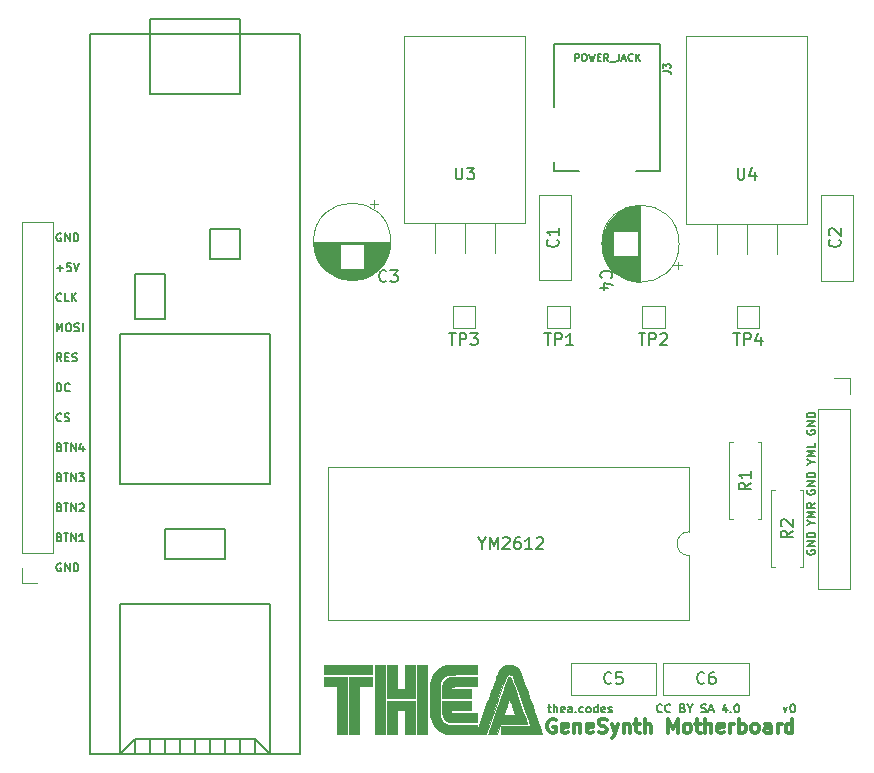
<source format=gto>
G04 #@! TF.GenerationSoftware,KiCad,Pcbnew,(5.0.0)*
G04 #@! TF.CreationDate,2018-10-18T19:20:22-07:00*
G04 #@! TF.ProjectId,Genesynth,47656E6573796E74682E6B696361645F,v0*
G04 #@! TF.SameCoordinates,Original*
G04 #@! TF.FileFunction,Legend,Top*
G04 #@! TF.FilePolarity,Positive*
%FSLAX46Y46*%
G04 Gerber Fmt 4.6, Leading zero omitted, Abs format (unit mm)*
G04 Created by KiCad (PCBNEW (5.0.0)) date 10/18/18 19:20:22*
%MOMM*%
%LPD*%
G01*
G04 APERTURE LIST*
%ADD10C,0.175000*%
%ADD11C,0.300000*%
%ADD12C,0.120000*%
%ADD13C,0.150000*%
%ADD14C,0.203200*%
%ADD15C,0.010000*%
%ADD16C,0.127000*%
G04 APERTURE END LIST*
D10*
X153101072Y-127104000D02*
X153267738Y-127570666D01*
X153434405Y-127104000D01*
X153834405Y-126870666D02*
X153901072Y-126870666D01*
X153967738Y-126904000D01*
X154001072Y-126937333D01*
X154034405Y-127004000D01*
X154067738Y-127137333D01*
X154067738Y-127304000D01*
X154034405Y-127437333D01*
X154001072Y-127504000D01*
X153967738Y-127537333D01*
X153901072Y-127570666D01*
X153834405Y-127570666D01*
X153767738Y-127537333D01*
X153734405Y-127504000D01*
X153701072Y-127437333D01*
X153667738Y-127304000D01*
X153667738Y-127137333D01*
X153701072Y-127004000D01*
X153734405Y-126937333D01*
X153767738Y-126904000D01*
X153834405Y-126870666D01*
X142803869Y-127504000D02*
X142770535Y-127537333D01*
X142670535Y-127570666D01*
X142603869Y-127570666D01*
X142503869Y-127537333D01*
X142437202Y-127470666D01*
X142403869Y-127404000D01*
X142370535Y-127270666D01*
X142370535Y-127170666D01*
X142403869Y-127037333D01*
X142437202Y-126970666D01*
X142503869Y-126904000D01*
X142603869Y-126870666D01*
X142670535Y-126870666D01*
X142770535Y-126904000D01*
X142803869Y-126937333D01*
X143503869Y-127504000D02*
X143470535Y-127537333D01*
X143370535Y-127570666D01*
X143303869Y-127570666D01*
X143203869Y-127537333D01*
X143137202Y-127470666D01*
X143103869Y-127404000D01*
X143070535Y-127270666D01*
X143070535Y-127170666D01*
X143103869Y-127037333D01*
X143137202Y-126970666D01*
X143203869Y-126904000D01*
X143303869Y-126870666D01*
X143370535Y-126870666D01*
X143470535Y-126904000D01*
X143503869Y-126937333D01*
X144570535Y-127204000D02*
X144670535Y-127237333D01*
X144703869Y-127270666D01*
X144737202Y-127337333D01*
X144737202Y-127437333D01*
X144703869Y-127504000D01*
X144670535Y-127537333D01*
X144603869Y-127570666D01*
X144337202Y-127570666D01*
X144337202Y-126870666D01*
X144570535Y-126870666D01*
X144637202Y-126904000D01*
X144670535Y-126937333D01*
X144703869Y-127004000D01*
X144703869Y-127070666D01*
X144670535Y-127137333D01*
X144637202Y-127170666D01*
X144570535Y-127204000D01*
X144337202Y-127204000D01*
X145170535Y-127237333D02*
X145170535Y-127570666D01*
X144937202Y-126870666D02*
X145170535Y-127237333D01*
X145403869Y-126870666D01*
X146137202Y-127537333D02*
X146237202Y-127570666D01*
X146403869Y-127570666D01*
X146470535Y-127537333D01*
X146503869Y-127504000D01*
X146537202Y-127437333D01*
X146537202Y-127370666D01*
X146503869Y-127304000D01*
X146470535Y-127270666D01*
X146403869Y-127237333D01*
X146270535Y-127204000D01*
X146203869Y-127170666D01*
X146170535Y-127137333D01*
X146137202Y-127070666D01*
X146137202Y-127004000D01*
X146170535Y-126937333D01*
X146203869Y-126904000D01*
X146270535Y-126870666D01*
X146437202Y-126870666D01*
X146537202Y-126904000D01*
X146803869Y-127370666D02*
X147137202Y-127370666D01*
X146737202Y-127570666D02*
X146970535Y-126870666D01*
X147203869Y-127570666D01*
X148270535Y-127104000D02*
X148270535Y-127570666D01*
X148103869Y-126837333D02*
X147937202Y-127337333D01*
X148370535Y-127337333D01*
X148637202Y-127504000D02*
X148670535Y-127537333D01*
X148637202Y-127570666D01*
X148603869Y-127537333D01*
X148637202Y-127504000D01*
X148637202Y-127570666D01*
X149103869Y-126870666D02*
X149170535Y-126870666D01*
X149237202Y-126904000D01*
X149270535Y-126937333D01*
X149303869Y-127004000D01*
X149337202Y-127137333D01*
X149337202Y-127304000D01*
X149303869Y-127437333D01*
X149270535Y-127504000D01*
X149237202Y-127537333D01*
X149170535Y-127570666D01*
X149103869Y-127570666D01*
X149037202Y-127537333D01*
X149003869Y-127504000D01*
X148970535Y-127437333D01*
X148937202Y-127304000D01*
X148937202Y-127137333D01*
X148970535Y-127004000D01*
X149003869Y-126937333D01*
X149037202Y-126904000D01*
X149103869Y-126870666D01*
X133140000Y-127104000D02*
X133406666Y-127104000D01*
X133240000Y-126870666D02*
X133240000Y-127470666D01*
X133273333Y-127537333D01*
X133340000Y-127570666D01*
X133406666Y-127570666D01*
X133640000Y-127570666D02*
X133640000Y-126870666D01*
X133940000Y-127570666D02*
X133940000Y-127204000D01*
X133906666Y-127137333D01*
X133840000Y-127104000D01*
X133740000Y-127104000D01*
X133673333Y-127137333D01*
X133640000Y-127170666D01*
X134540000Y-127537333D02*
X134473333Y-127570666D01*
X134340000Y-127570666D01*
X134273333Y-127537333D01*
X134240000Y-127470666D01*
X134240000Y-127204000D01*
X134273333Y-127137333D01*
X134340000Y-127104000D01*
X134473333Y-127104000D01*
X134540000Y-127137333D01*
X134573333Y-127204000D01*
X134573333Y-127270666D01*
X134240000Y-127337333D01*
X135173333Y-127570666D02*
X135173333Y-127204000D01*
X135140000Y-127137333D01*
X135073333Y-127104000D01*
X134940000Y-127104000D01*
X134873333Y-127137333D01*
X135173333Y-127537333D02*
X135106666Y-127570666D01*
X134940000Y-127570666D01*
X134873333Y-127537333D01*
X134840000Y-127470666D01*
X134840000Y-127404000D01*
X134873333Y-127337333D01*
X134940000Y-127304000D01*
X135106666Y-127304000D01*
X135173333Y-127270666D01*
X135506666Y-127504000D02*
X135540000Y-127537333D01*
X135506666Y-127570666D01*
X135473333Y-127537333D01*
X135506666Y-127504000D01*
X135506666Y-127570666D01*
X136140000Y-127537333D02*
X136073333Y-127570666D01*
X135940000Y-127570666D01*
X135873333Y-127537333D01*
X135840000Y-127504000D01*
X135806666Y-127437333D01*
X135806666Y-127237333D01*
X135840000Y-127170666D01*
X135873333Y-127137333D01*
X135940000Y-127104000D01*
X136073333Y-127104000D01*
X136140000Y-127137333D01*
X136540000Y-127570666D02*
X136473333Y-127537333D01*
X136440000Y-127504000D01*
X136406666Y-127437333D01*
X136406666Y-127237333D01*
X136440000Y-127170666D01*
X136473333Y-127137333D01*
X136540000Y-127104000D01*
X136640000Y-127104000D01*
X136706666Y-127137333D01*
X136740000Y-127170666D01*
X136773333Y-127237333D01*
X136773333Y-127437333D01*
X136740000Y-127504000D01*
X136706666Y-127537333D01*
X136640000Y-127570666D01*
X136540000Y-127570666D01*
X137373333Y-127570666D02*
X137373333Y-126870666D01*
X137373333Y-127537333D02*
X137306666Y-127570666D01*
X137173333Y-127570666D01*
X137106666Y-127537333D01*
X137073333Y-127504000D01*
X137040000Y-127437333D01*
X137040000Y-127237333D01*
X137073333Y-127170666D01*
X137106666Y-127137333D01*
X137173333Y-127104000D01*
X137306666Y-127104000D01*
X137373333Y-127137333D01*
X137973333Y-127537333D02*
X137906666Y-127570666D01*
X137773333Y-127570666D01*
X137706666Y-127537333D01*
X137673333Y-127470666D01*
X137673333Y-127204000D01*
X137706666Y-127137333D01*
X137773333Y-127104000D01*
X137906666Y-127104000D01*
X137973333Y-127137333D01*
X138006666Y-127204000D01*
X138006666Y-127270666D01*
X137673333Y-127337333D01*
X138273333Y-127537333D02*
X138340000Y-127570666D01*
X138473333Y-127570666D01*
X138540000Y-127537333D01*
X138573333Y-127470666D01*
X138573333Y-127437333D01*
X138540000Y-127370666D01*
X138473333Y-127337333D01*
X138373333Y-127337333D01*
X138306666Y-127304000D01*
X138273333Y-127237333D01*
X138273333Y-127204000D01*
X138306666Y-127137333D01*
X138373333Y-127104000D01*
X138473333Y-127104000D01*
X138540000Y-127137333D01*
D11*
X133795714Y-128178000D02*
X133681428Y-128120857D01*
X133510000Y-128120857D01*
X133338571Y-128178000D01*
X133224285Y-128292285D01*
X133167142Y-128406571D01*
X133110000Y-128635142D01*
X133110000Y-128806571D01*
X133167142Y-129035142D01*
X133224285Y-129149428D01*
X133338571Y-129263714D01*
X133510000Y-129320857D01*
X133624285Y-129320857D01*
X133795714Y-129263714D01*
X133852857Y-129206571D01*
X133852857Y-128806571D01*
X133624285Y-128806571D01*
X134824285Y-129263714D02*
X134710000Y-129320857D01*
X134481428Y-129320857D01*
X134367142Y-129263714D01*
X134310000Y-129149428D01*
X134310000Y-128692285D01*
X134367142Y-128578000D01*
X134481428Y-128520857D01*
X134710000Y-128520857D01*
X134824285Y-128578000D01*
X134881428Y-128692285D01*
X134881428Y-128806571D01*
X134310000Y-128920857D01*
X135395714Y-128520857D02*
X135395714Y-129320857D01*
X135395714Y-128635142D02*
X135452857Y-128578000D01*
X135567142Y-128520857D01*
X135738571Y-128520857D01*
X135852857Y-128578000D01*
X135910000Y-128692285D01*
X135910000Y-129320857D01*
X136938571Y-129263714D02*
X136824285Y-129320857D01*
X136595714Y-129320857D01*
X136481428Y-129263714D01*
X136424285Y-129149428D01*
X136424285Y-128692285D01*
X136481428Y-128578000D01*
X136595714Y-128520857D01*
X136824285Y-128520857D01*
X136938571Y-128578000D01*
X136995714Y-128692285D01*
X136995714Y-128806571D01*
X136424285Y-128920857D01*
X137452857Y-129263714D02*
X137624285Y-129320857D01*
X137910000Y-129320857D01*
X138024285Y-129263714D01*
X138081428Y-129206571D01*
X138138571Y-129092285D01*
X138138571Y-128978000D01*
X138081428Y-128863714D01*
X138024285Y-128806571D01*
X137910000Y-128749428D01*
X137681428Y-128692285D01*
X137567142Y-128635142D01*
X137510000Y-128578000D01*
X137452857Y-128463714D01*
X137452857Y-128349428D01*
X137510000Y-128235142D01*
X137567142Y-128178000D01*
X137681428Y-128120857D01*
X137967142Y-128120857D01*
X138138571Y-128178000D01*
X138538571Y-128520857D02*
X138824285Y-129320857D01*
X139110000Y-128520857D02*
X138824285Y-129320857D01*
X138710000Y-129606571D01*
X138652857Y-129663714D01*
X138538571Y-129720857D01*
X139567142Y-128520857D02*
X139567142Y-129320857D01*
X139567142Y-128635142D02*
X139624285Y-128578000D01*
X139738571Y-128520857D01*
X139910000Y-128520857D01*
X140024285Y-128578000D01*
X140081428Y-128692285D01*
X140081428Y-129320857D01*
X140481428Y-128520857D02*
X140938571Y-128520857D01*
X140652857Y-128120857D02*
X140652857Y-129149428D01*
X140710000Y-129263714D01*
X140824285Y-129320857D01*
X140938571Y-129320857D01*
X141338571Y-129320857D02*
X141338571Y-128120857D01*
X141852857Y-129320857D02*
X141852857Y-128692285D01*
X141795714Y-128578000D01*
X141681428Y-128520857D01*
X141510000Y-128520857D01*
X141395714Y-128578000D01*
X141338571Y-128635142D01*
X143338571Y-129320857D02*
X143338571Y-128120857D01*
X143738571Y-128978000D01*
X144138571Y-128120857D01*
X144138571Y-129320857D01*
X144881428Y-129320857D02*
X144767142Y-129263714D01*
X144710000Y-129206571D01*
X144652857Y-129092285D01*
X144652857Y-128749428D01*
X144710000Y-128635142D01*
X144767142Y-128578000D01*
X144881428Y-128520857D01*
X145052857Y-128520857D01*
X145167142Y-128578000D01*
X145224285Y-128635142D01*
X145281428Y-128749428D01*
X145281428Y-129092285D01*
X145224285Y-129206571D01*
X145167142Y-129263714D01*
X145052857Y-129320857D01*
X144881428Y-129320857D01*
X145624285Y-128520857D02*
X146081428Y-128520857D01*
X145795714Y-128120857D02*
X145795714Y-129149428D01*
X145852857Y-129263714D01*
X145967142Y-129320857D01*
X146081428Y-129320857D01*
X146481428Y-129320857D02*
X146481428Y-128120857D01*
X146995714Y-129320857D02*
X146995714Y-128692285D01*
X146938571Y-128578000D01*
X146824285Y-128520857D01*
X146652857Y-128520857D01*
X146538571Y-128578000D01*
X146481428Y-128635142D01*
X148024285Y-129263714D02*
X147910000Y-129320857D01*
X147681428Y-129320857D01*
X147567142Y-129263714D01*
X147510000Y-129149428D01*
X147510000Y-128692285D01*
X147567142Y-128578000D01*
X147681428Y-128520857D01*
X147910000Y-128520857D01*
X148024285Y-128578000D01*
X148081428Y-128692285D01*
X148081428Y-128806571D01*
X147510000Y-128920857D01*
X148595714Y-129320857D02*
X148595714Y-128520857D01*
X148595714Y-128749428D02*
X148652857Y-128635142D01*
X148710000Y-128578000D01*
X148824285Y-128520857D01*
X148938571Y-128520857D01*
X149338571Y-129320857D02*
X149338571Y-128120857D01*
X149338571Y-128578000D02*
X149452857Y-128520857D01*
X149681428Y-128520857D01*
X149795714Y-128578000D01*
X149852857Y-128635142D01*
X149910000Y-128749428D01*
X149910000Y-129092285D01*
X149852857Y-129206571D01*
X149795714Y-129263714D01*
X149681428Y-129320857D01*
X149452857Y-129320857D01*
X149338571Y-129263714D01*
X150595714Y-129320857D02*
X150481428Y-129263714D01*
X150424285Y-129206571D01*
X150367142Y-129092285D01*
X150367142Y-128749428D01*
X150424285Y-128635142D01*
X150481428Y-128578000D01*
X150595714Y-128520857D01*
X150767142Y-128520857D01*
X150881428Y-128578000D01*
X150938571Y-128635142D01*
X150995714Y-128749428D01*
X150995714Y-129092285D01*
X150938571Y-129206571D01*
X150881428Y-129263714D01*
X150767142Y-129320857D01*
X150595714Y-129320857D01*
X152024285Y-129320857D02*
X152024285Y-128692285D01*
X151967142Y-128578000D01*
X151852857Y-128520857D01*
X151624285Y-128520857D01*
X151510000Y-128578000D01*
X152024285Y-129263714D02*
X151910000Y-129320857D01*
X151624285Y-129320857D01*
X151510000Y-129263714D01*
X151452857Y-129149428D01*
X151452857Y-129035142D01*
X151510000Y-128920857D01*
X151624285Y-128863714D01*
X151910000Y-128863714D01*
X152024285Y-128806571D01*
X152595714Y-129320857D02*
X152595714Y-128520857D01*
X152595714Y-128749428D02*
X152652857Y-128635142D01*
X152710000Y-128578000D01*
X152824285Y-128520857D01*
X152938571Y-128520857D01*
X153852857Y-129320857D02*
X153852857Y-128120857D01*
X153852857Y-129263714D02*
X153738571Y-129320857D01*
X153510000Y-129320857D01*
X153395714Y-129263714D01*
X153338571Y-129206571D01*
X153281428Y-129092285D01*
X153281428Y-128749428D01*
X153338571Y-128635142D01*
X153395714Y-128578000D01*
X153510000Y-128520857D01*
X153738571Y-128520857D01*
X153852857Y-128578000D01*
D10*
X155098000Y-113817333D02*
X155064666Y-113884000D01*
X155064666Y-113984000D01*
X155098000Y-114084000D01*
X155164666Y-114150666D01*
X155231333Y-114184000D01*
X155364666Y-114217333D01*
X155464666Y-114217333D01*
X155598000Y-114184000D01*
X155664666Y-114150666D01*
X155731333Y-114084000D01*
X155764666Y-113984000D01*
X155764666Y-113917333D01*
X155731333Y-113817333D01*
X155698000Y-113784000D01*
X155464666Y-113784000D01*
X155464666Y-113917333D01*
X155764666Y-113484000D02*
X155064666Y-113484000D01*
X155764666Y-113084000D01*
X155064666Y-113084000D01*
X155764666Y-112750666D02*
X155064666Y-112750666D01*
X155064666Y-112584000D01*
X155098000Y-112484000D01*
X155164666Y-112417333D01*
X155231333Y-112384000D01*
X155364666Y-112350666D01*
X155464666Y-112350666D01*
X155598000Y-112384000D01*
X155664666Y-112417333D01*
X155731333Y-112484000D01*
X155764666Y-112584000D01*
X155764666Y-112750666D01*
X155431333Y-111494000D02*
X155764666Y-111494000D01*
X155064666Y-111727333D02*
X155431333Y-111494000D01*
X155064666Y-111260666D01*
X155764666Y-111027333D02*
X155064666Y-111027333D01*
X155564666Y-110794000D01*
X155064666Y-110560666D01*
X155764666Y-110560666D01*
X155764666Y-109827333D02*
X155431333Y-110060666D01*
X155764666Y-110227333D02*
X155064666Y-110227333D01*
X155064666Y-109960666D01*
X155098000Y-109894000D01*
X155131333Y-109860666D01*
X155198000Y-109827333D01*
X155298000Y-109827333D01*
X155364666Y-109860666D01*
X155398000Y-109894000D01*
X155431333Y-109960666D01*
X155431333Y-110227333D01*
X155098000Y-103657333D02*
X155064666Y-103724000D01*
X155064666Y-103824000D01*
X155098000Y-103924000D01*
X155164666Y-103990666D01*
X155231333Y-104024000D01*
X155364666Y-104057333D01*
X155464666Y-104057333D01*
X155598000Y-104024000D01*
X155664666Y-103990666D01*
X155731333Y-103924000D01*
X155764666Y-103824000D01*
X155764666Y-103757333D01*
X155731333Y-103657333D01*
X155698000Y-103624000D01*
X155464666Y-103624000D01*
X155464666Y-103757333D01*
X155764666Y-103324000D02*
X155064666Y-103324000D01*
X155764666Y-102924000D01*
X155064666Y-102924000D01*
X155764666Y-102590666D02*
X155064666Y-102590666D01*
X155064666Y-102424000D01*
X155098000Y-102324000D01*
X155164666Y-102257333D01*
X155231333Y-102224000D01*
X155364666Y-102190666D01*
X155464666Y-102190666D01*
X155598000Y-102224000D01*
X155664666Y-102257333D01*
X155731333Y-102324000D01*
X155764666Y-102424000D01*
X155764666Y-102590666D01*
X155431333Y-106347333D02*
X155764666Y-106347333D01*
X155064666Y-106580666D02*
X155431333Y-106347333D01*
X155064666Y-106114000D01*
X155764666Y-105880666D02*
X155064666Y-105880666D01*
X155564666Y-105647333D01*
X155064666Y-105414000D01*
X155764666Y-105414000D01*
X155764666Y-104747333D02*
X155764666Y-105080666D01*
X155064666Y-105080666D01*
X155098000Y-108737333D02*
X155064666Y-108804000D01*
X155064666Y-108904000D01*
X155098000Y-109004000D01*
X155164666Y-109070666D01*
X155231333Y-109104000D01*
X155364666Y-109137333D01*
X155464666Y-109137333D01*
X155598000Y-109104000D01*
X155664666Y-109070666D01*
X155731333Y-109004000D01*
X155764666Y-108904000D01*
X155764666Y-108837333D01*
X155731333Y-108737333D01*
X155698000Y-108704000D01*
X155464666Y-108704000D01*
X155464666Y-108837333D01*
X155764666Y-108404000D02*
X155064666Y-108404000D01*
X155764666Y-108004000D01*
X155064666Y-108004000D01*
X155764666Y-107670666D02*
X155064666Y-107670666D01*
X155064666Y-107504000D01*
X155098000Y-107404000D01*
X155164666Y-107337333D01*
X155231333Y-107304000D01*
X155364666Y-107270666D01*
X155464666Y-107270666D01*
X155598000Y-107304000D01*
X155664666Y-107337333D01*
X155731333Y-107404000D01*
X155764666Y-107504000D01*
X155764666Y-107670666D01*
X91926666Y-114966000D02*
X91860000Y-114932666D01*
X91760000Y-114932666D01*
X91660000Y-114966000D01*
X91593333Y-115032666D01*
X91560000Y-115099333D01*
X91526666Y-115232666D01*
X91526666Y-115332666D01*
X91560000Y-115466000D01*
X91593333Y-115532666D01*
X91660000Y-115599333D01*
X91760000Y-115632666D01*
X91826666Y-115632666D01*
X91926666Y-115599333D01*
X91960000Y-115566000D01*
X91960000Y-115332666D01*
X91826666Y-115332666D01*
X92260000Y-115632666D02*
X92260000Y-114932666D01*
X92660000Y-115632666D01*
X92660000Y-114932666D01*
X92993333Y-115632666D02*
X92993333Y-114932666D01*
X93160000Y-114932666D01*
X93260000Y-114966000D01*
X93326666Y-115032666D01*
X93360000Y-115099333D01*
X93393333Y-115232666D01*
X93393333Y-115332666D01*
X93360000Y-115466000D01*
X93326666Y-115532666D01*
X93260000Y-115599333D01*
X93160000Y-115632666D01*
X92993333Y-115632666D01*
X91793333Y-112726000D02*
X91893333Y-112759333D01*
X91926666Y-112792666D01*
X91960000Y-112859333D01*
X91960000Y-112959333D01*
X91926666Y-113026000D01*
X91893333Y-113059333D01*
X91826666Y-113092666D01*
X91560000Y-113092666D01*
X91560000Y-112392666D01*
X91793333Y-112392666D01*
X91860000Y-112426000D01*
X91893333Y-112459333D01*
X91926666Y-112526000D01*
X91926666Y-112592666D01*
X91893333Y-112659333D01*
X91860000Y-112692666D01*
X91793333Y-112726000D01*
X91560000Y-112726000D01*
X92160000Y-112392666D02*
X92560000Y-112392666D01*
X92360000Y-113092666D02*
X92360000Y-112392666D01*
X92793333Y-113092666D02*
X92793333Y-112392666D01*
X93193333Y-113092666D01*
X93193333Y-112392666D01*
X93893333Y-113092666D02*
X93493333Y-113092666D01*
X93693333Y-113092666D02*
X93693333Y-112392666D01*
X93626666Y-112492666D01*
X93560000Y-112559333D01*
X93493333Y-112592666D01*
X91793333Y-110186000D02*
X91893333Y-110219333D01*
X91926666Y-110252666D01*
X91960000Y-110319333D01*
X91960000Y-110419333D01*
X91926666Y-110486000D01*
X91893333Y-110519333D01*
X91826666Y-110552666D01*
X91560000Y-110552666D01*
X91560000Y-109852666D01*
X91793333Y-109852666D01*
X91860000Y-109886000D01*
X91893333Y-109919333D01*
X91926666Y-109986000D01*
X91926666Y-110052666D01*
X91893333Y-110119333D01*
X91860000Y-110152666D01*
X91793333Y-110186000D01*
X91560000Y-110186000D01*
X92160000Y-109852666D02*
X92560000Y-109852666D01*
X92360000Y-110552666D02*
X92360000Y-109852666D01*
X92793333Y-110552666D02*
X92793333Y-109852666D01*
X93193333Y-110552666D01*
X93193333Y-109852666D01*
X93493333Y-109919333D02*
X93526666Y-109886000D01*
X93593333Y-109852666D01*
X93760000Y-109852666D01*
X93826666Y-109886000D01*
X93860000Y-109919333D01*
X93893333Y-109986000D01*
X93893333Y-110052666D01*
X93860000Y-110152666D01*
X93460000Y-110552666D01*
X93893333Y-110552666D01*
X91793333Y-107646000D02*
X91893333Y-107679333D01*
X91926666Y-107712666D01*
X91960000Y-107779333D01*
X91960000Y-107879333D01*
X91926666Y-107946000D01*
X91893333Y-107979333D01*
X91826666Y-108012666D01*
X91560000Y-108012666D01*
X91560000Y-107312666D01*
X91793333Y-107312666D01*
X91860000Y-107346000D01*
X91893333Y-107379333D01*
X91926666Y-107446000D01*
X91926666Y-107512666D01*
X91893333Y-107579333D01*
X91860000Y-107612666D01*
X91793333Y-107646000D01*
X91560000Y-107646000D01*
X92160000Y-107312666D02*
X92560000Y-107312666D01*
X92360000Y-108012666D02*
X92360000Y-107312666D01*
X92793333Y-108012666D02*
X92793333Y-107312666D01*
X93193333Y-108012666D01*
X93193333Y-107312666D01*
X93460000Y-107312666D02*
X93893333Y-107312666D01*
X93660000Y-107579333D01*
X93760000Y-107579333D01*
X93826666Y-107612666D01*
X93860000Y-107646000D01*
X93893333Y-107712666D01*
X93893333Y-107879333D01*
X93860000Y-107946000D01*
X93826666Y-107979333D01*
X93760000Y-108012666D01*
X93560000Y-108012666D01*
X93493333Y-107979333D01*
X93460000Y-107946000D01*
X91793333Y-105106000D02*
X91893333Y-105139333D01*
X91926666Y-105172666D01*
X91960000Y-105239333D01*
X91960000Y-105339333D01*
X91926666Y-105406000D01*
X91893333Y-105439333D01*
X91826666Y-105472666D01*
X91560000Y-105472666D01*
X91560000Y-104772666D01*
X91793333Y-104772666D01*
X91860000Y-104806000D01*
X91893333Y-104839333D01*
X91926666Y-104906000D01*
X91926666Y-104972666D01*
X91893333Y-105039333D01*
X91860000Y-105072666D01*
X91793333Y-105106000D01*
X91560000Y-105106000D01*
X92160000Y-104772666D02*
X92560000Y-104772666D01*
X92360000Y-105472666D02*
X92360000Y-104772666D01*
X92793333Y-105472666D02*
X92793333Y-104772666D01*
X93193333Y-105472666D01*
X93193333Y-104772666D01*
X93826666Y-105006000D02*
X93826666Y-105472666D01*
X93660000Y-104739333D02*
X93493333Y-105239333D01*
X93926666Y-105239333D01*
X91960000Y-102866000D02*
X91926667Y-102899333D01*
X91826667Y-102932666D01*
X91760000Y-102932666D01*
X91660000Y-102899333D01*
X91593333Y-102832666D01*
X91560000Y-102766000D01*
X91526667Y-102632666D01*
X91526667Y-102532666D01*
X91560000Y-102399333D01*
X91593333Y-102332666D01*
X91660000Y-102266000D01*
X91760000Y-102232666D01*
X91826667Y-102232666D01*
X91926667Y-102266000D01*
X91960000Y-102299333D01*
X92226667Y-102899333D02*
X92326667Y-102932666D01*
X92493333Y-102932666D01*
X92560000Y-102899333D01*
X92593333Y-102866000D01*
X92626667Y-102799333D01*
X92626667Y-102732666D01*
X92593333Y-102666000D01*
X92560000Y-102632666D01*
X92493333Y-102599333D01*
X92360000Y-102566000D01*
X92293333Y-102532666D01*
X92260000Y-102499333D01*
X92226667Y-102432666D01*
X92226667Y-102366000D01*
X92260000Y-102299333D01*
X92293333Y-102266000D01*
X92360000Y-102232666D01*
X92526667Y-102232666D01*
X92626667Y-102266000D01*
X91560000Y-100392666D02*
X91560000Y-99692666D01*
X91726667Y-99692666D01*
X91826667Y-99726000D01*
X91893334Y-99792666D01*
X91926667Y-99859333D01*
X91960000Y-99992666D01*
X91960000Y-100092666D01*
X91926667Y-100226000D01*
X91893334Y-100292666D01*
X91826667Y-100359333D01*
X91726667Y-100392666D01*
X91560000Y-100392666D01*
X92660000Y-100326000D02*
X92626667Y-100359333D01*
X92526667Y-100392666D01*
X92460000Y-100392666D01*
X92360000Y-100359333D01*
X92293334Y-100292666D01*
X92260000Y-100226000D01*
X92226667Y-100092666D01*
X92226667Y-99992666D01*
X92260000Y-99859333D01*
X92293334Y-99792666D01*
X92360000Y-99726000D01*
X92460000Y-99692666D01*
X92526667Y-99692666D01*
X92626667Y-99726000D01*
X92660000Y-99759333D01*
X91960000Y-97852666D02*
X91726667Y-97519333D01*
X91560000Y-97852666D02*
X91560000Y-97152666D01*
X91826667Y-97152666D01*
X91893334Y-97186000D01*
X91926667Y-97219333D01*
X91960000Y-97286000D01*
X91960000Y-97386000D01*
X91926667Y-97452666D01*
X91893334Y-97486000D01*
X91826667Y-97519333D01*
X91560000Y-97519333D01*
X92260000Y-97486000D02*
X92493334Y-97486000D01*
X92593334Y-97852666D02*
X92260000Y-97852666D01*
X92260000Y-97152666D01*
X92593334Y-97152666D01*
X92860000Y-97819333D02*
X92960000Y-97852666D01*
X93126667Y-97852666D01*
X93193334Y-97819333D01*
X93226667Y-97786000D01*
X93260000Y-97719333D01*
X93260000Y-97652666D01*
X93226667Y-97586000D01*
X93193334Y-97552666D01*
X93126667Y-97519333D01*
X92993334Y-97486000D01*
X92926667Y-97452666D01*
X92893334Y-97419333D01*
X92860000Y-97352666D01*
X92860000Y-97286000D01*
X92893334Y-97219333D01*
X92926667Y-97186000D01*
X92993334Y-97152666D01*
X93160000Y-97152666D01*
X93260000Y-97186000D01*
X91560000Y-95312666D02*
X91560000Y-94612666D01*
X91793333Y-95112666D01*
X92026666Y-94612666D01*
X92026666Y-95312666D01*
X92493333Y-94612666D02*
X92626666Y-94612666D01*
X92693333Y-94646000D01*
X92760000Y-94712666D01*
X92793333Y-94846000D01*
X92793333Y-95079333D01*
X92760000Y-95212666D01*
X92693333Y-95279333D01*
X92626666Y-95312666D01*
X92493333Y-95312666D01*
X92426666Y-95279333D01*
X92360000Y-95212666D01*
X92326666Y-95079333D01*
X92326666Y-94846000D01*
X92360000Y-94712666D01*
X92426666Y-94646000D01*
X92493333Y-94612666D01*
X93060000Y-95279333D02*
X93160000Y-95312666D01*
X93326666Y-95312666D01*
X93393333Y-95279333D01*
X93426666Y-95246000D01*
X93460000Y-95179333D01*
X93460000Y-95112666D01*
X93426666Y-95046000D01*
X93393333Y-95012666D01*
X93326666Y-94979333D01*
X93193333Y-94946000D01*
X93126666Y-94912666D01*
X93093333Y-94879333D01*
X93060000Y-94812666D01*
X93060000Y-94746000D01*
X93093333Y-94679333D01*
X93126666Y-94646000D01*
X93193333Y-94612666D01*
X93360000Y-94612666D01*
X93460000Y-94646000D01*
X93760000Y-95312666D02*
X93760000Y-94612666D01*
X91960000Y-92706000D02*
X91926667Y-92739333D01*
X91826667Y-92772666D01*
X91760000Y-92772666D01*
X91660000Y-92739333D01*
X91593333Y-92672666D01*
X91560000Y-92606000D01*
X91526667Y-92472666D01*
X91526667Y-92372666D01*
X91560000Y-92239333D01*
X91593333Y-92172666D01*
X91660000Y-92106000D01*
X91760000Y-92072666D01*
X91826667Y-92072666D01*
X91926667Y-92106000D01*
X91960000Y-92139333D01*
X92593333Y-92772666D02*
X92260000Y-92772666D01*
X92260000Y-92072666D01*
X92826667Y-92772666D02*
X92826667Y-92072666D01*
X93226667Y-92772666D02*
X92926667Y-92372666D01*
X93226667Y-92072666D02*
X92826667Y-92472666D01*
X91560000Y-89966000D02*
X92093333Y-89966000D01*
X91826666Y-90232666D02*
X91826666Y-89699333D01*
X92760000Y-89532666D02*
X92426666Y-89532666D01*
X92393333Y-89866000D01*
X92426666Y-89832666D01*
X92493333Y-89799333D01*
X92660000Y-89799333D01*
X92726666Y-89832666D01*
X92760000Y-89866000D01*
X92793333Y-89932666D01*
X92793333Y-90099333D01*
X92760000Y-90166000D01*
X92726666Y-90199333D01*
X92660000Y-90232666D01*
X92493333Y-90232666D01*
X92426666Y-90199333D01*
X92393333Y-90166000D01*
X92993333Y-89532666D02*
X93226666Y-90232666D01*
X93460000Y-89532666D01*
X91926666Y-87026000D02*
X91860000Y-86992666D01*
X91760000Y-86992666D01*
X91660000Y-87026000D01*
X91593333Y-87092666D01*
X91560000Y-87159333D01*
X91526666Y-87292666D01*
X91526666Y-87392666D01*
X91560000Y-87526000D01*
X91593333Y-87592666D01*
X91660000Y-87659333D01*
X91760000Y-87692666D01*
X91826666Y-87692666D01*
X91926666Y-87659333D01*
X91960000Y-87626000D01*
X91960000Y-87392666D01*
X91826666Y-87392666D01*
X92260000Y-87692666D02*
X92260000Y-86992666D01*
X92660000Y-87692666D01*
X92660000Y-86992666D01*
X92993333Y-87692666D02*
X92993333Y-86992666D01*
X93160000Y-86992666D01*
X93260000Y-87026000D01*
X93326666Y-87092666D01*
X93360000Y-87159333D01*
X93393333Y-87292666D01*
X93393333Y-87392666D01*
X93360000Y-87526000D01*
X93326666Y-87592666D01*
X93260000Y-87659333D01*
X93160000Y-87692666D01*
X92993333Y-87692666D01*
D12*
G04 #@! TO.C,R1*
X148820000Y-111220000D02*
X148490000Y-111220000D01*
X148490000Y-111220000D02*
X148490000Y-104680000D01*
X148490000Y-104680000D02*
X148820000Y-104680000D01*
X150900000Y-111220000D02*
X151230000Y-111220000D01*
X151230000Y-111220000D02*
X151230000Y-104680000D01*
X151230000Y-104680000D02*
X150900000Y-104680000D01*
G04 #@! TO.C,J1*
X156027000Y-101854000D02*
X158687000Y-101854000D01*
X156027000Y-101854000D02*
X156027000Y-117154000D01*
X156027000Y-117154000D02*
X158687000Y-117154000D01*
X158687000Y-101854000D02*
X158687000Y-117154000D01*
X158687000Y-99254000D02*
X158687000Y-100584000D01*
X157357000Y-99254000D02*
X158687000Y-99254000D01*
G04 #@! TO.C,R2*
X154786000Y-108744000D02*
X154456000Y-108744000D01*
X154786000Y-115284000D02*
X154786000Y-108744000D01*
X154456000Y-115284000D02*
X154786000Y-115284000D01*
X152046000Y-108744000D02*
X152376000Y-108744000D01*
X152046000Y-115284000D02*
X152046000Y-108744000D01*
X152376000Y-115284000D02*
X152046000Y-115284000D01*
G04 #@! TO.C,U2*
X145094000Y-114284000D02*
G75*
G02X145094000Y-112284000I0J1000000D01*
G01*
X145094000Y-112284000D02*
X145094000Y-106824000D01*
X145094000Y-106824000D02*
X114494000Y-106824000D01*
X114494000Y-106824000D02*
X114494000Y-119744000D01*
X114494000Y-119744000D02*
X145094000Y-119744000D01*
X145094000Y-119744000D02*
X145094000Y-114284000D01*
G04 #@! TO.C,C1*
X132377583Y-90983284D02*
X132377583Y-83743284D01*
X135117583Y-90983284D02*
X135117583Y-83743284D01*
X132377583Y-90983284D02*
X135117583Y-90983284D01*
X132377583Y-83743284D02*
X135117583Y-83743284D01*
G04 #@! TO.C,C2*
X156237000Y-83767000D02*
X158977000Y-83767000D01*
X156237000Y-91007000D02*
X158977000Y-91007000D01*
X158977000Y-91007000D02*
X158977000Y-83767000D01*
X156237000Y-91007000D02*
X156237000Y-83767000D01*
G04 #@! TO.C,C3*
X119844783Y-87713284D02*
G75*
G03X119844783Y-87713284I-3270000J0D01*
G01*
X119804783Y-87713284D02*
X113344783Y-87713284D01*
X119804783Y-87753284D02*
X113344783Y-87753284D01*
X119804783Y-87793284D02*
X113344783Y-87793284D01*
X119802783Y-87833284D02*
X113346783Y-87833284D01*
X119801783Y-87873284D02*
X113347783Y-87873284D01*
X119798783Y-87913284D02*
X113350783Y-87913284D01*
X119796783Y-87953284D02*
X117614783Y-87953284D01*
X115534783Y-87953284D02*
X113352783Y-87953284D01*
X119792783Y-87993284D02*
X117614783Y-87993284D01*
X115534783Y-87993284D02*
X113356783Y-87993284D01*
X119789783Y-88033284D02*
X117614783Y-88033284D01*
X115534783Y-88033284D02*
X113359783Y-88033284D01*
X119785783Y-88073284D02*
X117614783Y-88073284D01*
X115534783Y-88073284D02*
X113363783Y-88073284D01*
X119780783Y-88113284D02*
X117614783Y-88113284D01*
X115534783Y-88113284D02*
X113368783Y-88113284D01*
X119775783Y-88153284D02*
X117614783Y-88153284D01*
X115534783Y-88153284D02*
X113373783Y-88153284D01*
X119769783Y-88193284D02*
X117614783Y-88193284D01*
X115534783Y-88193284D02*
X113379783Y-88193284D01*
X119763783Y-88233284D02*
X117614783Y-88233284D01*
X115534783Y-88233284D02*
X113385783Y-88233284D01*
X119756783Y-88273284D02*
X117614783Y-88273284D01*
X115534783Y-88273284D02*
X113392783Y-88273284D01*
X119749783Y-88313284D02*
X117614783Y-88313284D01*
X115534783Y-88313284D02*
X113399783Y-88313284D01*
X119741783Y-88353284D02*
X117614783Y-88353284D01*
X115534783Y-88353284D02*
X113407783Y-88353284D01*
X119733783Y-88393284D02*
X117614783Y-88393284D01*
X115534783Y-88393284D02*
X113415783Y-88393284D01*
X119724783Y-88434284D02*
X117614783Y-88434284D01*
X115534783Y-88434284D02*
X113424783Y-88434284D01*
X119715783Y-88474284D02*
X117614783Y-88474284D01*
X115534783Y-88474284D02*
X113433783Y-88474284D01*
X119705783Y-88514284D02*
X117614783Y-88514284D01*
X115534783Y-88514284D02*
X113443783Y-88514284D01*
X119695783Y-88554284D02*
X117614783Y-88554284D01*
X115534783Y-88554284D02*
X113453783Y-88554284D01*
X119684783Y-88594284D02*
X117614783Y-88594284D01*
X115534783Y-88594284D02*
X113464783Y-88594284D01*
X119672783Y-88634284D02*
X117614783Y-88634284D01*
X115534783Y-88634284D02*
X113476783Y-88634284D01*
X119660783Y-88674284D02*
X117614783Y-88674284D01*
X115534783Y-88674284D02*
X113488783Y-88674284D01*
X119648783Y-88714284D02*
X117614783Y-88714284D01*
X115534783Y-88714284D02*
X113500783Y-88714284D01*
X119635783Y-88754284D02*
X117614783Y-88754284D01*
X115534783Y-88754284D02*
X113513783Y-88754284D01*
X119621783Y-88794284D02*
X117614783Y-88794284D01*
X115534783Y-88794284D02*
X113527783Y-88794284D01*
X119607783Y-88834284D02*
X117614783Y-88834284D01*
X115534783Y-88834284D02*
X113541783Y-88834284D01*
X119592783Y-88874284D02*
X117614783Y-88874284D01*
X115534783Y-88874284D02*
X113556783Y-88874284D01*
X119576783Y-88914284D02*
X117614783Y-88914284D01*
X115534783Y-88914284D02*
X113572783Y-88914284D01*
X119560783Y-88954284D02*
X117614783Y-88954284D01*
X115534783Y-88954284D02*
X113588783Y-88954284D01*
X119544783Y-88994284D02*
X117614783Y-88994284D01*
X115534783Y-88994284D02*
X113604783Y-88994284D01*
X119526783Y-89034284D02*
X117614783Y-89034284D01*
X115534783Y-89034284D02*
X113622783Y-89034284D01*
X119508783Y-89074284D02*
X117614783Y-89074284D01*
X115534783Y-89074284D02*
X113640783Y-89074284D01*
X119490783Y-89114284D02*
X117614783Y-89114284D01*
X115534783Y-89114284D02*
X113658783Y-89114284D01*
X119470783Y-89154284D02*
X117614783Y-89154284D01*
X115534783Y-89154284D02*
X113678783Y-89154284D01*
X119450783Y-89194284D02*
X117614783Y-89194284D01*
X115534783Y-89194284D02*
X113698783Y-89194284D01*
X119430783Y-89234284D02*
X117614783Y-89234284D01*
X115534783Y-89234284D02*
X113718783Y-89234284D01*
X119408783Y-89274284D02*
X117614783Y-89274284D01*
X115534783Y-89274284D02*
X113740783Y-89274284D01*
X119386783Y-89314284D02*
X117614783Y-89314284D01*
X115534783Y-89314284D02*
X113762783Y-89314284D01*
X119364783Y-89354284D02*
X117614783Y-89354284D01*
X115534783Y-89354284D02*
X113784783Y-89354284D01*
X119340783Y-89394284D02*
X117614783Y-89394284D01*
X115534783Y-89394284D02*
X113808783Y-89394284D01*
X119316783Y-89434284D02*
X117614783Y-89434284D01*
X115534783Y-89434284D02*
X113832783Y-89434284D01*
X119290783Y-89474284D02*
X117614783Y-89474284D01*
X115534783Y-89474284D02*
X113858783Y-89474284D01*
X119264783Y-89514284D02*
X117614783Y-89514284D01*
X115534783Y-89514284D02*
X113884783Y-89514284D01*
X119238783Y-89554284D02*
X117614783Y-89554284D01*
X115534783Y-89554284D02*
X113910783Y-89554284D01*
X119210783Y-89594284D02*
X117614783Y-89594284D01*
X115534783Y-89594284D02*
X113938783Y-89594284D01*
X119181783Y-89634284D02*
X117614783Y-89634284D01*
X115534783Y-89634284D02*
X113967783Y-89634284D01*
X119152783Y-89674284D02*
X117614783Y-89674284D01*
X115534783Y-89674284D02*
X113996783Y-89674284D01*
X119122783Y-89714284D02*
X117614783Y-89714284D01*
X115534783Y-89714284D02*
X114026783Y-89714284D01*
X119090783Y-89754284D02*
X117614783Y-89754284D01*
X115534783Y-89754284D02*
X114058783Y-89754284D01*
X119058783Y-89794284D02*
X117614783Y-89794284D01*
X115534783Y-89794284D02*
X114090783Y-89794284D01*
X119024783Y-89834284D02*
X117614783Y-89834284D01*
X115534783Y-89834284D02*
X114124783Y-89834284D01*
X118990783Y-89874284D02*
X117614783Y-89874284D01*
X115534783Y-89874284D02*
X114158783Y-89874284D01*
X118954783Y-89914284D02*
X117614783Y-89914284D01*
X115534783Y-89914284D02*
X114194783Y-89914284D01*
X118917783Y-89954284D02*
X117614783Y-89954284D01*
X115534783Y-89954284D02*
X114231783Y-89954284D01*
X118879783Y-89994284D02*
X117614783Y-89994284D01*
X115534783Y-89994284D02*
X114269783Y-89994284D01*
X118839783Y-90034284D02*
X114309783Y-90034284D01*
X118798783Y-90074284D02*
X114350783Y-90074284D01*
X118756783Y-90114284D02*
X114392783Y-90114284D01*
X118711783Y-90154284D02*
X114437783Y-90154284D01*
X118666783Y-90194284D02*
X114482783Y-90194284D01*
X118618783Y-90234284D02*
X114530783Y-90234284D01*
X118569783Y-90274284D02*
X114579783Y-90274284D01*
X118518783Y-90314284D02*
X114630783Y-90314284D01*
X118464783Y-90354284D02*
X114684783Y-90354284D01*
X118408783Y-90394284D02*
X114740783Y-90394284D01*
X118350783Y-90434284D02*
X114798783Y-90434284D01*
X118288783Y-90474284D02*
X114860783Y-90474284D01*
X118224783Y-90514284D02*
X114924783Y-90514284D01*
X118155783Y-90554284D02*
X114993783Y-90554284D01*
X118083783Y-90594284D02*
X115065783Y-90594284D01*
X118006783Y-90634284D02*
X115142783Y-90634284D01*
X117924783Y-90674284D02*
X115224783Y-90674284D01*
X117836783Y-90714284D02*
X115312783Y-90714284D01*
X117739783Y-90754284D02*
X115409783Y-90754284D01*
X117633783Y-90794284D02*
X115515783Y-90794284D01*
X117514783Y-90834284D02*
X115634783Y-90834284D01*
X117376783Y-90874284D02*
X115772783Y-90874284D01*
X117207783Y-90914284D02*
X115941783Y-90914284D01*
X116976783Y-90954284D02*
X116172783Y-90954284D01*
X118413783Y-84213043D02*
X118413783Y-84843043D01*
X118728783Y-84528043D02*
X118098783Y-84528043D01*
G04 #@! TO.C,C4*
X144175241Y-90038000D02*
X144175241Y-89408000D01*
X144490241Y-89723000D02*
X143860241Y-89723000D01*
X137749000Y-88286000D02*
X137749000Y-87482000D01*
X137789000Y-88517000D02*
X137789000Y-87251000D01*
X137829000Y-88686000D02*
X137829000Y-87082000D01*
X137869000Y-88824000D02*
X137869000Y-86944000D01*
X137909000Y-88943000D02*
X137909000Y-86825000D01*
X137949000Y-89049000D02*
X137949000Y-86719000D01*
X137989000Y-89146000D02*
X137989000Y-86622000D01*
X138029000Y-89234000D02*
X138029000Y-86534000D01*
X138069000Y-89316000D02*
X138069000Y-86452000D01*
X138109000Y-89393000D02*
X138109000Y-86375000D01*
X138149000Y-89465000D02*
X138149000Y-86303000D01*
X138189000Y-89534000D02*
X138189000Y-86234000D01*
X138229000Y-89598000D02*
X138229000Y-86170000D01*
X138269000Y-89660000D02*
X138269000Y-86108000D01*
X138309000Y-89718000D02*
X138309000Y-86050000D01*
X138349000Y-89774000D02*
X138349000Y-85994000D01*
X138389000Y-89828000D02*
X138389000Y-85940000D01*
X138429000Y-89879000D02*
X138429000Y-85889000D01*
X138469000Y-89928000D02*
X138469000Y-85840000D01*
X138509000Y-89976000D02*
X138509000Y-85792000D01*
X138549000Y-90021000D02*
X138549000Y-85747000D01*
X138589000Y-90066000D02*
X138589000Y-85702000D01*
X138629000Y-90108000D02*
X138629000Y-85660000D01*
X138669000Y-90149000D02*
X138669000Y-85619000D01*
X138709000Y-86844000D02*
X138709000Y-85579000D01*
X138709000Y-90189000D02*
X138709000Y-88924000D01*
X138749000Y-86844000D02*
X138749000Y-85541000D01*
X138749000Y-90227000D02*
X138749000Y-88924000D01*
X138789000Y-86844000D02*
X138789000Y-85504000D01*
X138789000Y-90264000D02*
X138789000Y-88924000D01*
X138829000Y-86844000D02*
X138829000Y-85468000D01*
X138829000Y-90300000D02*
X138829000Y-88924000D01*
X138869000Y-86844000D02*
X138869000Y-85434000D01*
X138869000Y-90334000D02*
X138869000Y-88924000D01*
X138909000Y-86844000D02*
X138909000Y-85400000D01*
X138909000Y-90368000D02*
X138909000Y-88924000D01*
X138949000Y-86844000D02*
X138949000Y-85368000D01*
X138949000Y-90400000D02*
X138949000Y-88924000D01*
X138989000Y-86844000D02*
X138989000Y-85336000D01*
X138989000Y-90432000D02*
X138989000Y-88924000D01*
X139029000Y-86844000D02*
X139029000Y-85306000D01*
X139029000Y-90462000D02*
X139029000Y-88924000D01*
X139069000Y-86844000D02*
X139069000Y-85277000D01*
X139069000Y-90491000D02*
X139069000Y-88924000D01*
X139109000Y-86844000D02*
X139109000Y-85248000D01*
X139109000Y-90520000D02*
X139109000Y-88924000D01*
X139149000Y-86844000D02*
X139149000Y-85220000D01*
X139149000Y-90548000D02*
X139149000Y-88924000D01*
X139189000Y-86844000D02*
X139189000Y-85194000D01*
X139189000Y-90574000D02*
X139189000Y-88924000D01*
X139229000Y-86844000D02*
X139229000Y-85168000D01*
X139229000Y-90600000D02*
X139229000Y-88924000D01*
X139269000Y-86844000D02*
X139269000Y-85142000D01*
X139269000Y-90626000D02*
X139269000Y-88924000D01*
X139309000Y-86844000D02*
X139309000Y-85118000D01*
X139309000Y-90650000D02*
X139309000Y-88924000D01*
X139349000Y-86844000D02*
X139349000Y-85094000D01*
X139349000Y-90674000D02*
X139349000Y-88924000D01*
X139389000Y-86844000D02*
X139389000Y-85072000D01*
X139389000Y-90696000D02*
X139389000Y-88924000D01*
X139429000Y-86844000D02*
X139429000Y-85050000D01*
X139429000Y-90718000D02*
X139429000Y-88924000D01*
X139469000Y-86844000D02*
X139469000Y-85028000D01*
X139469000Y-90740000D02*
X139469000Y-88924000D01*
X139509000Y-86844000D02*
X139509000Y-85008000D01*
X139509000Y-90760000D02*
X139509000Y-88924000D01*
X139549000Y-86844000D02*
X139549000Y-84988000D01*
X139549000Y-90780000D02*
X139549000Y-88924000D01*
X139589000Y-86844000D02*
X139589000Y-84968000D01*
X139589000Y-90800000D02*
X139589000Y-88924000D01*
X139629000Y-86844000D02*
X139629000Y-84950000D01*
X139629000Y-90818000D02*
X139629000Y-88924000D01*
X139669000Y-86844000D02*
X139669000Y-84932000D01*
X139669000Y-90836000D02*
X139669000Y-88924000D01*
X139709000Y-86844000D02*
X139709000Y-84914000D01*
X139709000Y-90854000D02*
X139709000Y-88924000D01*
X139749000Y-86844000D02*
X139749000Y-84898000D01*
X139749000Y-90870000D02*
X139749000Y-88924000D01*
X139789000Y-86844000D02*
X139789000Y-84882000D01*
X139789000Y-90886000D02*
X139789000Y-88924000D01*
X139829000Y-86844000D02*
X139829000Y-84866000D01*
X139829000Y-90902000D02*
X139829000Y-88924000D01*
X139869000Y-86844000D02*
X139869000Y-84851000D01*
X139869000Y-90917000D02*
X139869000Y-88924000D01*
X139909000Y-86844000D02*
X139909000Y-84837000D01*
X139909000Y-90931000D02*
X139909000Y-88924000D01*
X139949000Y-86844000D02*
X139949000Y-84823000D01*
X139949000Y-90945000D02*
X139949000Y-88924000D01*
X139989000Y-86844000D02*
X139989000Y-84810000D01*
X139989000Y-90958000D02*
X139989000Y-88924000D01*
X140029000Y-86844000D02*
X140029000Y-84798000D01*
X140029000Y-90970000D02*
X140029000Y-88924000D01*
X140069000Y-86844000D02*
X140069000Y-84786000D01*
X140069000Y-90982000D02*
X140069000Y-88924000D01*
X140109000Y-86844000D02*
X140109000Y-84774000D01*
X140109000Y-90994000D02*
X140109000Y-88924000D01*
X140149000Y-86844000D02*
X140149000Y-84763000D01*
X140149000Y-91005000D02*
X140149000Y-88924000D01*
X140189000Y-86844000D02*
X140189000Y-84753000D01*
X140189000Y-91015000D02*
X140189000Y-88924000D01*
X140229000Y-86844000D02*
X140229000Y-84743000D01*
X140229000Y-91025000D02*
X140229000Y-88924000D01*
X140269000Y-86844000D02*
X140269000Y-84734000D01*
X140269000Y-91034000D02*
X140269000Y-88924000D01*
X140310000Y-86844000D02*
X140310000Y-84725000D01*
X140310000Y-91043000D02*
X140310000Y-88924000D01*
X140350000Y-86844000D02*
X140350000Y-84717000D01*
X140350000Y-91051000D02*
X140350000Y-88924000D01*
X140390000Y-86844000D02*
X140390000Y-84709000D01*
X140390000Y-91059000D02*
X140390000Y-88924000D01*
X140430000Y-86844000D02*
X140430000Y-84702000D01*
X140430000Y-91066000D02*
X140430000Y-88924000D01*
X140470000Y-86844000D02*
X140470000Y-84695000D01*
X140470000Y-91073000D02*
X140470000Y-88924000D01*
X140510000Y-86844000D02*
X140510000Y-84689000D01*
X140510000Y-91079000D02*
X140510000Y-88924000D01*
X140550000Y-86844000D02*
X140550000Y-84683000D01*
X140550000Y-91085000D02*
X140550000Y-88924000D01*
X140590000Y-86844000D02*
X140590000Y-84678000D01*
X140590000Y-91090000D02*
X140590000Y-88924000D01*
X140630000Y-86844000D02*
X140630000Y-84673000D01*
X140630000Y-91095000D02*
X140630000Y-88924000D01*
X140670000Y-86844000D02*
X140670000Y-84669000D01*
X140670000Y-91099000D02*
X140670000Y-88924000D01*
X140710000Y-86844000D02*
X140710000Y-84666000D01*
X140710000Y-91102000D02*
X140710000Y-88924000D01*
X140750000Y-86844000D02*
X140750000Y-84662000D01*
X140750000Y-91106000D02*
X140750000Y-88924000D01*
X140790000Y-91108000D02*
X140790000Y-84660000D01*
X140830000Y-91111000D02*
X140830000Y-84657000D01*
X140870000Y-91112000D02*
X140870000Y-84656000D01*
X140910000Y-91114000D02*
X140910000Y-84654000D01*
X140950000Y-91114000D02*
X140950000Y-84654000D01*
X140990000Y-91114000D02*
X140990000Y-84654000D01*
X144260000Y-87884000D02*
G75*
G03X144260000Y-87884000I-3270000J0D01*
G01*
G04 #@! TO.C,J2*
X91246000Y-114046000D02*
X88586000Y-114046000D01*
X91246000Y-114046000D02*
X91246000Y-86046000D01*
X91246000Y-86046000D02*
X88586000Y-86046000D01*
X88586000Y-114046000D02*
X88586000Y-86046000D01*
X88586000Y-116646000D02*
X88586000Y-115316000D01*
X89916000Y-116646000D02*
X88586000Y-116646000D01*
G04 #@! TO.C,TP1*
X133110522Y-93157000D02*
X135010522Y-93157000D01*
X135010522Y-93157000D02*
X135010522Y-95057000D01*
X135010522Y-95057000D02*
X133110522Y-95057000D01*
X133110522Y-95057000D02*
X133110522Y-93157000D01*
G04 #@! TO.C,TP2*
X141137261Y-95057000D02*
X141137261Y-93157000D01*
X143037261Y-95057000D02*
X141137261Y-95057000D01*
X143037261Y-93157000D02*
X143037261Y-95057000D01*
X141137261Y-93157000D02*
X143037261Y-93157000D01*
G04 #@! TO.C,TP3*
X125083783Y-93157000D02*
X126983783Y-93157000D01*
X126983783Y-93157000D02*
X126983783Y-95057000D01*
X126983783Y-95057000D02*
X125083783Y-95057000D01*
X125083783Y-95057000D02*
X125083783Y-93157000D01*
G04 #@! TO.C,TP4*
X149164000Y-95057000D02*
X149164000Y-93157000D01*
X151064000Y-95057000D02*
X149164000Y-95057000D01*
X151064000Y-93157000D02*
X151064000Y-95057000D01*
X149164000Y-93157000D02*
X151064000Y-93157000D01*
G04 #@! TO.C,U3*
X120991183Y-86173284D02*
X131231183Y-86173284D01*
X120991183Y-70283284D02*
X131231183Y-70283284D01*
X120991183Y-70283284D02*
X120991183Y-86173284D01*
X131231183Y-70283284D02*
X131231183Y-86173284D01*
X123571183Y-86173284D02*
X123571183Y-88713284D01*
X126111183Y-86173284D02*
X126111183Y-88713284D01*
X128651183Y-86173284D02*
X128651183Y-88713284D01*
G04 #@! TO.C,U4*
X152510600Y-86197000D02*
X152510600Y-88737000D01*
X149970600Y-86197000D02*
X149970600Y-88737000D01*
X147430600Y-86197000D02*
X147430600Y-88737000D01*
X155090600Y-70307000D02*
X155090600Y-86197000D01*
X144850600Y-70307000D02*
X144850600Y-86197000D01*
X144850600Y-70307000D02*
X155090600Y-70307000D01*
X144850600Y-86197000D02*
X155090600Y-86197000D01*
D13*
G04 #@! TO.C,U1*
X107061000Y-86614000D02*
X104521000Y-86614000D01*
X104521000Y-86614000D02*
X104521000Y-89154000D01*
X104521000Y-89154000D02*
X107061000Y-89154000D01*
X107061000Y-89154000D02*
X107061000Y-86614000D01*
X98171000Y-94234000D02*
X98171000Y-90424000D01*
X98171000Y-90424000D02*
X100711000Y-90424000D01*
X100711000Y-90424000D02*
X100711000Y-94234000D01*
X100711000Y-94234000D02*
X98171000Y-94234000D01*
X96901000Y-108204000D02*
X109601000Y-108204000D01*
X109601000Y-95504000D02*
X96901000Y-95504000D01*
X96901000Y-95504000D02*
X96901000Y-108204000D01*
X109601000Y-95504000D02*
X109601000Y-108204000D01*
X98171000Y-129794000D02*
X98171000Y-131064000D01*
X99441000Y-129794000D02*
X99441000Y-131064000D01*
X100711000Y-129794000D02*
X100711000Y-131064000D01*
X101981000Y-129794000D02*
X101981000Y-131064000D01*
X103251000Y-129794000D02*
X103251000Y-131064000D01*
X104521000Y-129794000D02*
X104521000Y-131064000D01*
X105791000Y-129794000D02*
X105791000Y-131064000D01*
X107061000Y-129794000D02*
X107061000Y-131064000D01*
X108331000Y-129794000D02*
X108331000Y-131064000D01*
X96901000Y-131064000D02*
X98171000Y-129794000D01*
X98171000Y-129794000D02*
X108331000Y-129794000D01*
X108331000Y-129794000D02*
X109601000Y-131064000D01*
X109601000Y-131064000D02*
X109601000Y-118364000D01*
X109601000Y-118364000D02*
X96901000Y-118364000D01*
X96901000Y-118364000D02*
X96901000Y-131064000D01*
X112141000Y-131064000D02*
X112141000Y-70104000D01*
X94361000Y-70104000D02*
X94361000Y-131064000D01*
X99441000Y-70104000D02*
X99441000Y-68834000D01*
X99441000Y-68834000D02*
X107061000Y-68834000D01*
X107061000Y-68834000D02*
X107061000Y-70104000D01*
X99441000Y-75184000D02*
X107061000Y-75184000D01*
X107061000Y-75184000D02*
X107061000Y-70104000D01*
X99441000Y-75184000D02*
X99441000Y-70104000D01*
X105791000Y-114554000D02*
X100711000Y-114554000D01*
X100711000Y-114554000D02*
X100711000Y-112014000D01*
X100711000Y-112014000D02*
X105791000Y-112014000D01*
X105791000Y-112014000D02*
X105791000Y-114554000D01*
X112141000Y-131064000D02*
X94361000Y-131064000D01*
X94361000Y-70104000D02*
X112141000Y-70104000D01*
D14*
G04 #@! TO.C,J3*
X133677660Y-81691480D02*
X135778240Y-81691480D01*
X133677660Y-70993000D02*
X133677660Y-76291440D01*
X133677660Y-81691480D02*
X133677660Y-80992980D01*
X142674340Y-70993000D02*
X142674340Y-81691480D01*
X142674340Y-81691480D02*
X140573760Y-81691480D01*
X142674340Y-70993000D02*
X133677660Y-70993000D01*
D15*
G04 #@! TO.C,G\002A\002A\002A*
G36*
X118300500Y-124354166D02*
X114194166Y-124354166D01*
X114194166Y-123549833D01*
X118300500Y-123549833D01*
X118300500Y-124354166D01*
X118300500Y-124354166D01*
G37*
X118300500Y-124354166D02*
X114194166Y-124354166D01*
X114194166Y-123549833D01*
X118300500Y-123549833D01*
X118300500Y-124354166D01*
G36*
X120353666Y-125581833D02*
X121073333Y-125581833D01*
X121073333Y-123549833D01*
X121877666Y-123549833D01*
X121877666Y-126365000D01*
X119549333Y-126365000D01*
X119549333Y-123549833D01*
X120353666Y-123549833D01*
X120353666Y-125581833D01*
X120353666Y-125581833D01*
G37*
X120353666Y-125581833D02*
X121073333Y-125581833D01*
X121073333Y-123549833D01*
X121877666Y-123549833D01*
X121877666Y-126365000D01*
X119549333Y-126365000D01*
X119549333Y-123549833D01*
X120353666Y-123549833D01*
X120353666Y-125581833D01*
G36*
X127122177Y-124962017D02*
X127116416Y-125359583D01*
X126059529Y-125365074D01*
X125811564Y-125366319D01*
X125602600Y-125367570D01*
X125429307Y-125369285D01*
X125288354Y-125371926D01*
X125176412Y-125375951D01*
X125090149Y-125381820D01*
X125026237Y-125389994D01*
X124981344Y-125400932D01*
X124952141Y-125415093D01*
X124935298Y-125432938D01*
X124927483Y-125454926D01*
X124925369Y-125481517D01*
X124925623Y-125513171D01*
X124925666Y-125521613D01*
X124925666Y-125603000D01*
X126661333Y-125603000D01*
X126661333Y-126386166D01*
X124184833Y-126386166D01*
X124184993Y-125915208D01*
X124186138Y-125718554D01*
X124189991Y-125557816D01*
X124197399Y-125426616D01*
X124209212Y-125318577D01*
X124226276Y-125227323D01*
X124249439Y-125146476D01*
X124279550Y-125069659D01*
X124304508Y-125016306D01*
X124402935Y-124857963D01*
X124527047Y-124732507D01*
X124679461Y-124637328D01*
X124689126Y-124632728D01*
X124809250Y-124576416D01*
X125968594Y-124570434D01*
X127127939Y-124564452D01*
X127122177Y-124962017D01*
X127122177Y-124962017D01*
G37*
X127122177Y-124962017D02*
X127116416Y-125359583D01*
X126059529Y-125365074D01*
X125811564Y-125366319D01*
X125602600Y-125367570D01*
X125429307Y-125369285D01*
X125288354Y-125371926D01*
X125176412Y-125375951D01*
X125090149Y-125381820D01*
X125026237Y-125389994D01*
X124981344Y-125400932D01*
X124952141Y-125415093D01*
X124935298Y-125432938D01*
X124927483Y-125454926D01*
X124925369Y-125481517D01*
X124925623Y-125513171D01*
X124925666Y-125521613D01*
X124925666Y-125603000D01*
X126661333Y-125603000D01*
X126661333Y-126386166D01*
X124184833Y-126386166D01*
X124184993Y-125915208D01*
X124186138Y-125718554D01*
X124189991Y-125557816D01*
X124197399Y-125426616D01*
X124209212Y-125318577D01*
X124226276Y-125227323D01*
X124249439Y-125146476D01*
X124279550Y-125069659D01*
X124304508Y-125016306D01*
X124402935Y-124857963D01*
X124527047Y-124732507D01*
X124679461Y-124637328D01*
X124689126Y-124632728D01*
X124809250Y-124576416D01*
X125968594Y-124570434D01*
X127127939Y-124564452D01*
X127122177Y-124962017D01*
G36*
X126661333Y-127381000D02*
X124925666Y-127381000D01*
X124925666Y-127462386D01*
X124925339Y-127495329D01*
X124926578Y-127523099D01*
X124932713Y-127546155D01*
X124947075Y-127564957D01*
X124972993Y-127579965D01*
X125013797Y-127591638D01*
X125072818Y-127600436D01*
X125153387Y-127606819D01*
X125258832Y-127611247D01*
X125392484Y-127614179D01*
X125557674Y-127616076D01*
X125757732Y-127617396D01*
X125995987Y-127618600D01*
X126059529Y-127618925D01*
X127116416Y-127624416D01*
X127127934Y-128418166D01*
X126000342Y-128416750D01*
X125736110Y-128416180D01*
X125511221Y-128415139D01*
X125322683Y-128413553D01*
X125167507Y-128411352D01*
X125042703Y-128408463D01*
X124945282Y-128404814D01*
X124872253Y-128400333D01*
X124820628Y-128394949D01*
X124787415Y-128388589D01*
X124783554Y-128387459D01*
X124617698Y-128315073D01*
X124477287Y-128209242D01*
X124361561Y-128069285D01*
X124294145Y-127949205D01*
X124261455Y-127873823D01*
X124235764Y-127796254D01*
X124216299Y-127710255D01*
X124202286Y-127609580D01*
X124192950Y-127487984D01*
X124187518Y-127339225D01*
X124185214Y-127157056D01*
X124184993Y-127068791D01*
X124184833Y-126597833D01*
X126661333Y-126597833D01*
X126661333Y-127381000D01*
X126661333Y-127381000D01*
G37*
X126661333Y-127381000D02*
X124925666Y-127381000D01*
X124925666Y-127462386D01*
X124925339Y-127495329D01*
X124926578Y-127523099D01*
X124932713Y-127546155D01*
X124947075Y-127564957D01*
X124972993Y-127579965D01*
X125013797Y-127591638D01*
X125072818Y-127600436D01*
X125153387Y-127606819D01*
X125258832Y-127611247D01*
X125392484Y-127614179D01*
X125557674Y-127616076D01*
X125757732Y-127617396D01*
X125995987Y-127618600D01*
X126059529Y-127618925D01*
X127116416Y-127624416D01*
X127127934Y-128418166D01*
X126000342Y-128416750D01*
X125736110Y-128416180D01*
X125511221Y-128415139D01*
X125322683Y-128413553D01*
X125167507Y-128411352D01*
X125042703Y-128408463D01*
X124945282Y-128404814D01*
X124872253Y-128400333D01*
X124820628Y-128394949D01*
X124787415Y-128388589D01*
X124783554Y-128387459D01*
X124617698Y-128315073D01*
X124477287Y-128209242D01*
X124361561Y-128069285D01*
X124294145Y-127949205D01*
X124261455Y-127873823D01*
X124235764Y-127796254D01*
X124216299Y-127710255D01*
X124202286Y-127609580D01*
X124192950Y-127487984D01*
X124187518Y-127339225D01*
X124185214Y-127157056D01*
X124184993Y-127068791D01*
X124184833Y-126597833D01*
X126661333Y-126597833D01*
X126661333Y-127381000D01*
G36*
X129929794Y-124575209D02*
X129983468Y-124603075D01*
X129995969Y-124621701D01*
X130016346Y-124664418D01*
X130045158Y-124732735D01*
X130082968Y-124828165D01*
X130130334Y-124952219D01*
X130187819Y-125106408D01*
X130255982Y-125292243D01*
X130335384Y-125511236D01*
X130426586Y-125764899D01*
X130530149Y-126054741D01*
X130646633Y-126382276D01*
X130715642Y-126576866D01*
X130812848Y-126851245D01*
X130905958Y-127114140D01*
X130994008Y-127362830D01*
X131076037Y-127594595D01*
X131151083Y-127806713D01*
X131218184Y-127996463D01*
X131276378Y-128161126D01*
X131324702Y-128297979D01*
X131362195Y-128404303D01*
X131387894Y-128477376D01*
X131400838Y-128514477D01*
X131402245Y-128518708D01*
X131381816Y-128519724D01*
X131322981Y-128520676D01*
X131229669Y-128521545D01*
X131105807Y-128522313D01*
X130955322Y-128522959D01*
X130782143Y-128523466D01*
X130590198Y-128523814D01*
X130383413Y-128523985D01*
X130302000Y-128524000D01*
X129201333Y-128524000D01*
X129199662Y-128412875D01*
X129198312Y-128383109D01*
X129194396Y-128368197D01*
X129186488Y-128371514D01*
X129173162Y-128396436D01*
X129152991Y-128446338D01*
X129124550Y-128524596D01*
X129086412Y-128634586D01*
X129037152Y-128779683D01*
X129007398Y-128867958D01*
X128816805Y-129434166D01*
X128458736Y-129434166D01*
X128340960Y-129433193D01*
X128239481Y-129430498D01*
X128161187Y-129426415D01*
X128112967Y-129421279D01*
X128100666Y-129416764D01*
X128107441Y-129394907D01*
X128127198Y-129335516D01*
X128159091Y-129241067D01*
X128202269Y-129114036D01*
X128255887Y-128956899D01*
X128319093Y-128772131D01*
X128391041Y-128562209D01*
X128470883Y-128329609D01*
X128557768Y-128076806D01*
X128650850Y-127806277D01*
X128656289Y-127790483D01*
X129413000Y-127790483D01*
X129433178Y-127794432D01*
X129489766Y-127797942D01*
X129576840Y-127800845D01*
X129688474Y-127802970D01*
X129818747Y-127804149D01*
X129897393Y-127804333D01*
X130381787Y-127804333D01*
X130135518Y-127055662D01*
X130079709Y-126887662D01*
X130027625Y-126734059D01*
X129980783Y-126599091D01*
X129940704Y-126486996D01*
X129908904Y-126402014D01*
X129886902Y-126348383D01*
X129876218Y-126330343D01*
X129875804Y-126330704D01*
X129866647Y-126355461D01*
X129846734Y-126414761D01*
X129817838Y-126503012D01*
X129781731Y-126614624D01*
X129740185Y-126744008D01*
X129694973Y-126885573D01*
X129647866Y-127033728D01*
X129600638Y-127182885D01*
X129555060Y-127327452D01*
X129512905Y-127461839D01*
X129475945Y-127580457D01*
X129445952Y-127677715D01*
X129424698Y-127748023D01*
X129413957Y-127785791D01*
X129413000Y-127790483D01*
X128656289Y-127790483D01*
X128749280Y-127520497D01*
X128852210Y-127221942D01*
X128924416Y-127012669D01*
X129065794Y-126603752D01*
X129194929Y-126231706D01*
X129311706Y-125896859D01*
X129416005Y-125599539D01*
X129507712Y-125340073D01*
X129586707Y-125118791D01*
X129652875Y-124936019D01*
X129706099Y-124792086D01*
X129746260Y-124687320D01*
X129773243Y-124622048D01*
X129786929Y-124596600D01*
X129786958Y-124596578D01*
X129854505Y-124569525D01*
X129929794Y-124575209D01*
X129929794Y-124575209D01*
G37*
X129929794Y-124575209D02*
X129983468Y-124603075D01*
X129995969Y-124621701D01*
X130016346Y-124664418D01*
X130045158Y-124732735D01*
X130082968Y-124828165D01*
X130130334Y-124952219D01*
X130187819Y-125106408D01*
X130255982Y-125292243D01*
X130335384Y-125511236D01*
X130426586Y-125764899D01*
X130530149Y-126054741D01*
X130646633Y-126382276D01*
X130715642Y-126576866D01*
X130812848Y-126851245D01*
X130905958Y-127114140D01*
X130994008Y-127362830D01*
X131076037Y-127594595D01*
X131151083Y-127806713D01*
X131218184Y-127996463D01*
X131276378Y-128161126D01*
X131324702Y-128297979D01*
X131362195Y-128404303D01*
X131387894Y-128477376D01*
X131400838Y-128514477D01*
X131402245Y-128518708D01*
X131381816Y-128519724D01*
X131322981Y-128520676D01*
X131229669Y-128521545D01*
X131105807Y-128522313D01*
X130955322Y-128522959D01*
X130782143Y-128523466D01*
X130590198Y-128523814D01*
X130383413Y-128523985D01*
X130302000Y-128524000D01*
X129201333Y-128524000D01*
X129199662Y-128412875D01*
X129198312Y-128383109D01*
X129194396Y-128368197D01*
X129186488Y-128371514D01*
X129173162Y-128396436D01*
X129152991Y-128446338D01*
X129124550Y-128524596D01*
X129086412Y-128634586D01*
X129037152Y-128779683D01*
X129007398Y-128867958D01*
X128816805Y-129434166D01*
X128458736Y-129434166D01*
X128340960Y-129433193D01*
X128239481Y-129430498D01*
X128161187Y-129426415D01*
X128112967Y-129421279D01*
X128100666Y-129416764D01*
X128107441Y-129394907D01*
X128127198Y-129335516D01*
X128159091Y-129241067D01*
X128202269Y-129114036D01*
X128255887Y-128956899D01*
X128319093Y-128772131D01*
X128391041Y-128562209D01*
X128470883Y-128329609D01*
X128557768Y-128076806D01*
X128650850Y-127806277D01*
X128656289Y-127790483D01*
X129413000Y-127790483D01*
X129433178Y-127794432D01*
X129489766Y-127797942D01*
X129576840Y-127800845D01*
X129688474Y-127802970D01*
X129818747Y-127804149D01*
X129897393Y-127804333D01*
X130381787Y-127804333D01*
X130135518Y-127055662D01*
X130079709Y-126887662D01*
X130027625Y-126734059D01*
X129980783Y-126599091D01*
X129940704Y-126486996D01*
X129908904Y-126402014D01*
X129886902Y-126348383D01*
X129876218Y-126330343D01*
X129875804Y-126330704D01*
X129866647Y-126355461D01*
X129846734Y-126414761D01*
X129817838Y-126503012D01*
X129781731Y-126614624D01*
X129740185Y-126744008D01*
X129694973Y-126885573D01*
X129647866Y-127033728D01*
X129600638Y-127182885D01*
X129555060Y-127327452D01*
X129512905Y-127461839D01*
X129475945Y-127580457D01*
X129445952Y-127677715D01*
X129424698Y-127748023D01*
X129413957Y-127785791D01*
X129413000Y-127790483D01*
X128656289Y-127790483D01*
X128749280Y-127520497D01*
X128852210Y-127221942D01*
X128924416Y-127012669D01*
X129065794Y-126603752D01*
X129194929Y-126231706D01*
X129311706Y-125896859D01*
X129416005Y-125599539D01*
X129507712Y-125340073D01*
X129586707Y-125118791D01*
X129652875Y-124936019D01*
X129706099Y-124792086D01*
X129746260Y-124687320D01*
X129773243Y-124622048D01*
X129786929Y-124596600D01*
X129786958Y-124596578D01*
X129854505Y-124569525D01*
X129929794Y-124575209D01*
G36*
X127116416Y-124343583D02*
X125909916Y-124354228D01*
X125645616Y-124356544D01*
X125420058Y-124358704D01*
X125229654Y-124361062D01*
X125070817Y-124363973D01*
X124939959Y-124367792D01*
X124833492Y-124372875D01*
X124747828Y-124379575D01*
X124679380Y-124388249D01*
X124624558Y-124399252D01*
X124579776Y-124412938D01*
X124541446Y-124429663D01*
X124505980Y-124449781D01*
X124469789Y-124473648D01*
X124430763Y-124500604D01*
X124348531Y-124566616D01*
X124261711Y-124651562D01*
X124181728Y-124742940D01*
X124120002Y-124828252D01*
X124101362Y-124861061D01*
X124078062Y-124907454D01*
X124058059Y-124949172D01*
X124041103Y-124989703D01*
X124026942Y-125032535D01*
X124015326Y-125081155D01*
X124006001Y-125139052D01*
X123998717Y-125209713D01*
X123993223Y-125296626D01*
X123989266Y-125403279D01*
X123986595Y-125533158D01*
X123984959Y-125689754D01*
X123984106Y-125876552D01*
X123983785Y-126097041D01*
X123983744Y-126354709D01*
X123983750Y-126492000D01*
X123983746Y-126768667D01*
X123983902Y-127006489D01*
X123984469Y-127208954D01*
X123985700Y-127379548D01*
X123987844Y-127521761D01*
X123991155Y-127639079D01*
X123995884Y-127734991D01*
X124002281Y-127812984D01*
X124010599Y-127876545D01*
X124021089Y-127929164D01*
X124034002Y-127974327D01*
X124049591Y-128015523D01*
X124068106Y-128056239D01*
X124089799Y-128099963D01*
X124101362Y-128122938D01*
X124151261Y-128201514D01*
X124224512Y-128291731D01*
X124309694Y-128381090D01*
X124395383Y-128457091D01*
X124430763Y-128483395D01*
X124471061Y-128511222D01*
X124507168Y-128534956D01*
X124542673Y-128554954D01*
X124581162Y-128571570D01*
X124626225Y-128585160D01*
X124681447Y-128596078D01*
X124750419Y-128604680D01*
X124836726Y-128611320D01*
X124943958Y-128616354D01*
X125075702Y-128620137D01*
X125235546Y-128623024D01*
X125427077Y-128625369D01*
X125653884Y-128627528D01*
X125909916Y-128629771D01*
X127116416Y-128640416D01*
X127127000Y-128949338D01*
X127137583Y-129258260D01*
X128036984Y-126716255D01*
X128149492Y-126398676D01*
X128258868Y-126090729D01*
X128364203Y-125794930D01*
X128464591Y-125513796D01*
X128559123Y-125249840D01*
X128646893Y-125005579D01*
X128726993Y-124783529D01*
X128798514Y-124586204D01*
X128860551Y-124416121D01*
X128912195Y-124275795D01*
X128952538Y-124167742D01*
X128980674Y-124094477D01*
X128995694Y-124058515D01*
X128996038Y-124057833D01*
X129101465Y-123896806D01*
X129236616Y-123764018D01*
X129398031Y-123661421D01*
X129582249Y-123590969D01*
X129785809Y-123554615D01*
X129896041Y-123549833D01*
X130098331Y-123569247D01*
X130287265Y-123625646D01*
X130458064Y-123716263D01*
X130605947Y-123838331D01*
X130726134Y-123989085D01*
X130762405Y-124051166D01*
X130778162Y-124087481D01*
X130807352Y-124162157D01*
X130849405Y-124273602D01*
X130903750Y-124420226D01*
X130969817Y-124600440D01*
X131047035Y-124812653D01*
X131134834Y-125055274D01*
X131232644Y-125326713D01*
X131339893Y-125625381D01*
X131456012Y-125949686D01*
X131580430Y-126298039D01*
X131712577Y-126668850D01*
X131851883Y-127060527D01*
X131997776Y-127471481D01*
X132149687Y-127900122D01*
X132307044Y-128344859D01*
X132469279Y-128804102D01*
X132588885Y-129143125D01*
X132691508Y-129434166D01*
X129201333Y-129434166D01*
X129201333Y-128735666D01*
X130442052Y-128735666D01*
X130702523Y-128735611D01*
X130923808Y-128735381D01*
X131109053Y-128734882D01*
X131261406Y-128734019D01*
X131384013Y-128732697D01*
X131480021Y-128730823D01*
X131552577Y-128728301D01*
X131604827Y-128725036D01*
X131639920Y-128720934D01*
X131661000Y-128715900D01*
X131671217Y-128709840D01*
X131673715Y-128702658D01*
X131673055Y-128698625D01*
X131664479Y-128673246D01*
X131642676Y-128611280D01*
X131608808Y-128515952D01*
X131564039Y-128390491D01*
X131509529Y-128238120D01*
X131446442Y-128062066D01*
X131375938Y-127865556D01*
X131299180Y-127651815D01*
X131217329Y-127424070D01*
X131131549Y-127185547D01*
X131043000Y-126939471D01*
X130952845Y-126689069D01*
X130862246Y-126437566D01*
X130772365Y-126188190D01*
X130684364Y-125944166D01*
X130599404Y-125708720D01*
X130518648Y-125485078D01*
X130443259Y-125276467D01*
X130374397Y-125086112D01*
X130313225Y-124917239D01*
X130260905Y-124773076D01*
X130218599Y-124656846D01*
X130187468Y-124571778D01*
X130168676Y-124521097D01*
X130163947Y-124508872D01*
X130114403Y-124440757D01*
X130036753Y-124390910D01*
X129942309Y-124362157D01*
X129842383Y-124357330D01*
X129748288Y-124379256D01*
X129714351Y-124396434D01*
X129658097Y-124444270D01*
X129615099Y-124503364D01*
X129613092Y-124507480D01*
X129602073Y-124535949D01*
X129577940Y-124601847D01*
X129541586Y-124702652D01*
X129493905Y-124835843D01*
X129435791Y-124998900D01*
X129368137Y-125189303D01*
X129291838Y-125404530D01*
X129207787Y-125642062D01*
X129116878Y-125899377D01*
X129020004Y-126173955D01*
X128918061Y-126463276D01*
X128811940Y-126764818D01*
X128729261Y-127000000D01*
X127877624Y-129423583D01*
X126269353Y-129426058D01*
X126010980Y-129426340D01*
X125764076Y-129426387D01*
X125532035Y-129426211D01*
X125318253Y-129425825D01*
X125126126Y-129425242D01*
X124959047Y-129424475D01*
X124820413Y-129423538D01*
X124713618Y-129422442D01*
X124642057Y-129421202D01*
X124609126Y-129419830D01*
X124608166Y-129419699D01*
X124560496Y-129408789D01*
X124489153Y-129389190D01*
X124419934Y-129368343D01*
X124172131Y-129268868D01*
X123945561Y-129134140D01*
X123742685Y-128966850D01*
X123565969Y-128769690D01*
X123417874Y-128545350D01*
X123300864Y-128296523D01*
X123226902Y-128064711D01*
X123217438Y-128026773D01*
X123209323Y-127990490D01*
X123202453Y-127952430D01*
X123196724Y-127909157D01*
X123192034Y-127857237D01*
X123188278Y-127793236D01*
X123185352Y-127713717D01*
X123183153Y-127615248D01*
X123181578Y-127494392D01*
X123180521Y-127347717D01*
X123179881Y-127171786D01*
X123179552Y-126963166D01*
X123179432Y-126718421D01*
X123179416Y-126492000D01*
X123179444Y-126215567D01*
X123179596Y-125978033D01*
X123179977Y-125775963D01*
X123180689Y-125605922D01*
X123181837Y-125464477D01*
X123183524Y-125348191D01*
X123185855Y-125253631D01*
X123188932Y-125177362D01*
X123192860Y-125115949D01*
X123197742Y-125065958D01*
X123203681Y-125023954D01*
X123210783Y-124986502D01*
X123219149Y-124950168D01*
X123226902Y-124919288D01*
X123317117Y-124644247D01*
X123440486Y-124395364D01*
X123596191Y-124173536D01*
X123783412Y-123979664D01*
X124001330Y-123814647D01*
X124249126Y-123679385D01*
X124418552Y-123610448D01*
X124447292Y-123600318D01*
X124475076Y-123591669D01*
X124505373Y-123584365D01*
X124541653Y-123578269D01*
X124587384Y-123573245D01*
X124646037Y-123569158D01*
X124721080Y-123565871D01*
X124815982Y-123563249D01*
X124934214Y-123561155D01*
X125079244Y-123559453D01*
X125254541Y-123558008D01*
X125463575Y-123556684D01*
X125709816Y-123555343D01*
X125841595Y-123554658D01*
X127127940Y-123547991D01*
X127116416Y-124343583D01*
X127116416Y-124343583D01*
G37*
X127116416Y-124343583D02*
X125909916Y-124354228D01*
X125645616Y-124356544D01*
X125420058Y-124358704D01*
X125229654Y-124361062D01*
X125070817Y-124363973D01*
X124939959Y-124367792D01*
X124833492Y-124372875D01*
X124747828Y-124379575D01*
X124679380Y-124388249D01*
X124624558Y-124399252D01*
X124579776Y-124412938D01*
X124541446Y-124429663D01*
X124505980Y-124449781D01*
X124469789Y-124473648D01*
X124430763Y-124500604D01*
X124348531Y-124566616D01*
X124261711Y-124651562D01*
X124181728Y-124742940D01*
X124120002Y-124828252D01*
X124101362Y-124861061D01*
X124078062Y-124907454D01*
X124058059Y-124949172D01*
X124041103Y-124989703D01*
X124026942Y-125032535D01*
X124015326Y-125081155D01*
X124006001Y-125139052D01*
X123998717Y-125209713D01*
X123993223Y-125296626D01*
X123989266Y-125403279D01*
X123986595Y-125533158D01*
X123984959Y-125689754D01*
X123984106Y-125876552D01*
X123983785Y-126097041D01*
X123983744Y-126354709D01*
X123983750Y-126492000D01*
X123983746Y-126768667D01*
X123983902Y-127006489D01*
X123984469Y-127208954D01*
X123985700Y-127379548D01*
X123987844Y-127521761D01*
X123991155Y-127639079D01*
X123995884Y-127734991D01*
X124002281Y-127812984D01*
X124010599Y-127876545D01*
X124021089Y-127929164D01*
X124034002Y-127974327D01*
X124049591Y-128015523D01*
X124068106Y-128056239D01*
X124089799Y-128099963D01*
X124101362Y-128122938D01*
X124151261Y-128201514D01*
X124224512Y-128291731D01*
X124309694Y-128381090D01*
X124395383Y-128457091D01*
X124430763Y-128483395D01*
X124471061Y-128511222D01*
X124507168Y-128534956D01*
X124542673Y-128554954D01*
X124581162Y-128571570D01*
X124626225Y-128585160D01*
X124681447Y-128596078D01*
X124750419Y-128604680D01*
X124836726Y-128611320D01*
X124943958Y-128616354D01*
X125075702Y-128620137D01*
X125235546Y-128623024D01*
X125427077Y-128625369D01*
X125653884Y-128627528D01*
X125909916Y-128629771D01*
X127116416Y-128640416D01*
X127127000Y-128949338D01*
X127137583Y-129258260D01*
X128036984Y-126716255D01*
X128149492Y-126398676D01*
X128258868Y-126090729D01*
X128364203Y-125794930D01*
X128464591Y-125513796D01*
X128559123Y-125249840D01*
X128646893Y-125005579D01*
X128726993Y-124783529D01*
X128798514Y-124586204D01*
X128860551Y-124416121D01*
X128912195Y-124275795D01*
X128952538Y-124167742D01*
X128980674Y-124094477D01*
X128995694Y-124058515D01*
X128996038Y-124057833D01*
X129101465Y-123896806D01*
X129236616Y-123764018D01*
X129398031Y-123661421D01*
X129582249Y-123590969D01*
X129785809Y-123554615D01*
X129896041Y-123549833D01*
X130098331Y-123569247D01*
X130287265Y-123625646D01*
X130458064Y-123716263D01*
X130605947Y-123838331D01*
X130726134Y-123989085D01*
X130762405Y-124051166D01*
X130778162Y-124087481D01*
X130807352Y-124162157D01*
X130849405Y-124273602D01*
X130903750Y-124420226D01*
X130969817Y-124600440D01*
X131047035Y-124812653D01*
X131134834Y-125055274D01*
X131232644Y-125326713D01*
X131339893Y-125625381D01*
X131456012Y-125949686D01*
X131580430Y-126298039D01*
X131712577Y-126668850D01*
X131851883Y-127060527D01*
X131997776Y-127471481D01*
X132149687Y-127900122D01*
X132307044Y-128344859D01*
X132469279Y-128804102D01*
X132588885Y-129143125D01*
X132691508Y-129434166D01*
X129201333Y-129434166D01*
X129201333Y-128735666D01*
X130442052Y-128735666D01*
X130702523Y-128735611D01*
X130923808Y-128735381D01*
X131109053Y-128734882D01*
X131261406Y-128734019D01*
X131384013Y-128732697D01*
X131480021Y-128730823D01*
X131552577Y-128728301D01*
X131604827Y-128725036D01*
X131639920Y-128720934D01*
X131661000Y-128715900D01*
X131671217Y-128709840D01*
X131673715Y-128702658D01*
X131673055Y-128698625D01*
X131664479Y-128673246D01*
X131642676Y-128611280D01*
X131608808Y-128515952D01*
X131564039Y-128390491D01*
X131509529Y-128238120D01*
X131446442Y-128062066D01*
X131375938Y-127865556D01*
X131299180Y-127651815D01*
X131217329Y-127424070D01*
X131131549Y-127185547D01*
X131043000Y-126939471D01*
X130952845Y-126689069D01*
X130862246Y-126437566D01*
X130772365Y-126188190D01*
X130684364Y-125944166D01*
X130599404Y-125708720D01*
X130518648Y-125485078D01*
X130443259Y-125276467D01*
X130374397Y-125086112D01*
X130313225Y-124917239D01*
X130260905Y-124773076D01*
X130218599Y-124656846D01*
X130187468Y-124571778D01*
X130168676Y-124521097D01*
X130163947Y-124508872D01*
X130114403Y-124440757D01*
X130036753Y-124390910D01*
X129942309Y-124362157D01*
X129842383Y-124357330D01*
X129748288Y-124379256D01*
X129714351Y-124396434D01*
X129658097Y-124444270D01*
X129615099Y-124503364D01*
X129613092Y-124507480D01*
X129602073Y-124535949D01*
X129577940Y-124601847D01*
X129541586Y-124702652D01*
X129493905Y-124835843D01*
X129435791Y-124998900D01*
X129368137Y-125189303D01*
X129291838Y-125404530D01*
X129207787Y-125642062D01*
X129116878Y-125899377D01*
X129020004Y-126173955D01*
X128918061Y-126463276D01*
X128811940Y-126764818D01*
X128729261Y-127000000D01*
X127877624Y-129423583D01*
X126269353Y-129426058D01*
X126010980Y-129426340D01*
X125764076Y-129426387D01*
X125532035Y-129426211D01*
X125318253Y-129425825D01*
X125126126Y-129425242D01*
X124959047Y-129424475D01*
X124820413Y-129423538D01*
X124713618Y-129422442D01*
X124642057Y-129421202D01*
X124609126Y-129419830D01*
X124608166Y-129419699D01*
X124560496Y-129408789D01*
X124489153Y-129389190D01*
X124419934Y-129368343D01*
X124172131Y-129268868D01*
X123945561Y-129134140D01*
X123742685Y-128966850D01*
X123565969Y-128769690D01*
X123417874Y-128545350D01*
X123300864Y-128296523D01*
X123226902Y-128064711D01*
X123217438Y-128026773D01*
X123209323Y-127990490D01*
X123202453Y-127952430D01*
X123196724Y-127909157D01*
X123192034Y-127857237D01*
X123188278Y-127793236D01*
X123185352Y-127713717D01*
X123183153Y-127615248D01*
X123181578Y-127494392D01*
X123180521Y-127347717D01*
X123179881Y-127171786D01*
X123179552Y-126963166D01*
X123179432Y-126718421D01*
X123179416Y-126492000D01*
X123179444Y-126215567D01*
X123179596Y-125978033D01*
X123179977Y-125775963D01*
X123180689Y-125605922D01*
X123181837Y-125464477D01*
X123183524Y-125348191D01*
X123185855Y-125253631D01*
X123188932Y-125177362D01*
X123192860Y-125115949D01*
X123197742Y-125065958D01*
X123203681Y-125023954D01*
X123210783Y-124986502D01*
X123219149Y-124950168D01*
X123226902Y-124919288D01*
X123317117Y-124644247D01*
X123440486Y-124395364D01*
X123596191Y-124173536D01*
X123783412Y-123979664D01*
X124001330Y-123814647D01*
X124249126Y-123679385D01*
X124418552Y-123610448D01*
X124447292Y-123600318D01*
X124475076Y-123591669D01*
X124505373Y-123584365D01*
X124541653Y-123578269D01*
X124587384Y-123573245D01*
X124646037Y-123569158D01*
X124721080Y-123565871D01*
X124815982Y-123563249D01*
X124934214Y-123561155D01*
X125079244Y-123559453D01*
X125254541Y-123558008D01*
X125463575Y-123556684D01*
X125709816Y-123555343D01*
X125841595Y-123554658D01*
X127127940Y-123547991D01*
X127116416Y-124343583D01*
G36*
X122893666Y-129434166D02*
X122089333Y-129434166D01*
X122089333Y-123549833D01*
X122893666Y-123549833D01*
X122893666Y-129434166D01*
X122893666Y-129434166D01*
G37*
X122893666Y-129434166D02*
X122089333Y-129434166D01*
X122089333Y-123549833D01*
X122893666Y-123549833D01*
X122893666Y-129434166D01*
G36*
X121877666Y-129434166D02*
X121073333Y-129434166D01*
X121073333Y-127381000D01*
X120353666Y-127381000D01*
X120353666Y-129434166D01*
X119549333Y-129434166D01*
X119549333Y-126597833D01*
X121877666Y-126597833D01*
X121877666Y-129434166D01*
X121877666Y-129434166D01*
G37*
X121877666Y-129434166D02*
X121073333Y-129434166D01*
X121073333Y-127381000D01*
X120353666Y-127381000D01*
X120353666Y-129434166D01*
X119549333Y-129434166D01*
X119549333Y-126597833D01*
X121877666Y-126597833D01*
X121877666Y-129434166D01*
G36*
X119337666Y-129434166D02*
X118533333Y-129434166D01*
X118533333Y-123549833D01*
X119337666Y-123549833D01*
X119337666Y-129434166D01*
X119337666Y-129434166D01*
G37*
X119337666Y-129434166D02*
X118533333Y-129434166D01*
X118533333Y-123549833D01*
X119337666Y-123549833D01*
X119337666Y-129434166D01*
G36*
X118300500Y-125370166D02*
X117157500Y-125370166D01*
X117157500Y-129434166D01*
X116353166Y-129434166D01*
X116353166Y-124565833D01*
X118300500Y-124565833D01*
X118300500Y-125370166D01*
X118300500Y-125370166D01*
G37*
X118300500Y-125370166D02*
X117157500Y-125370166D01*
X117157500Y-129434166D01*
X116353166Y-129434166D01*
X116353166Y-124565833D01*
X118300500Y-124565833D01*
X118300500Y-125370166D01*
G36*
X116141500Y-129434166D02*
X115337166Y-129434166D01*
X115337166Y-125370166D01*
X114194166Y-125370166D01*
X114194166Y-124565833D01*
X116141500Y-124565833D01*
X116141500Y-129434166D01*
X116141500Y-129434166D01*
G37*
X116141500Y-129434166D02*
X115337166Y-129434166D01*
X115337166Y-125370166D01*
X114194166Y-125370166D01*
X114194166Y-124565833D01*
X116141500Y-124565833D01*
X116141500Y-129434166D01*
D12*
G04 #@! TO.C,C5*
X135104000Y-126084000D02*
X135104000Y-123344000D01*
X142344000Y-126084000D02*
X142344000Y-123344000D01*
X142344000Y-123344000D02*
X135104000Y-123344000D01*
X142344000Y-126084000D02*
X135104000Y-126084000D01*
G04 #@! TO.C,C6*
X142898000Y-123344000D02*
X150138000Y-123344000D01*
X142898000Y-126084000D02*
X150138000Y-126084000D01*
X142898000Y-123344000D02*
X142898000Y-126084000D01*
X150138000Y-123344000D02*
X150138000Y-126084000D01*
G04 #@! TO.C,R1*
D13*
X150312380Y-108116666D02*
X149836190Y-108450000D01*
X150312380Y-108688095D02*
X149312380Y-108688095D01*
X149312380Y-108307142D01*
X149360000Y-108211904D01*
X149407619Y-108164285D01*
X149502857Y-108116666D01*
X149645714Y-108116666D01*
X149740952Y-108164285D01*
X149788571Y-108211904D01*
X149836190Y-108307142D01*
X149836190Y-108688095D01*
X150312380Y-107164285D02*
X150312380Y-107735714D01*
X150312380Y-107450000D02*
X149312380Y-107450000D01*
X149455238Y-107545238D01*
X149550476Y-107640476D01*
X149598095Y-107735714D01*
G04 #@! TO.C,R2*
X153868380Y-112180666D02*
X153392190Y-112514000D01*
X153868380Y-112752095D02*
X152868380Y-112752095D01*
X152868380Y-112371142D01*
X152916000Y-112275904D01*
X152963619Y-112228285D01*
X153058857Y-112180666D01*
X153201714Y-112180666D01*
X153296952Y-112228285D01*
X153344571Y-112275904D01*
X153392190Y-112371142D01*
X153392190Y-112752095D01*
X152963619Y-111799714D02*
X152916000Y-111752095D01*
X152868380Y-111656857D01*
X152868380Y-111418761D01*
X152916000Y-111323523D01*
X152963619Y-111275904D01*
X153058857Y-111228285D01*
X153154095Y-111228285D01*
X153296952Y-111275904D01*
X153868380Y-111847333D01*
X153868380Y-111228285D01*
G04 #@! TO.C,U2*
X127571809Y-113260190D02*
X127571809Y-113736380D01*
X127238476Y-112736380D02*
X127571809Y-113260190D01*
X127905142Y-112736380D01*
X128238476Y-113736380D02*
X128238476Y-112736380D01*
X128571809Y-113450666D01*
X128905142Y-112736380D01*
X128905142Y-113736380D01*
X129333714Y-112831619D02*
X129381333Y-112784000D01*
X129476571Y-112736380D01*
X129714666Y-112736380D01*
X129809904Y-112784000D01*
X129857523Y-112831619D01*
X129905142Y-112926857D01*
X129905142Y-113022095D01*
X129857523Y-113164952D01*
X129286095Y-113736380D01*
X129905142Y-113736380D01*
X130762285Y-112736380D02*
X130571809Y-112736380D01*
X130476571Y-112784000D01*
X130428952Y-112831619D01*
X130333714Y-112974476D01*
X130286095Y-113164952D01*
X130286095Y-113545904D01*
X130333714Y-113641142D01*
X130381333Y-113688761D01*
X130476571Y-113736380D01*
X130667047Y-113736380D01*
X130762285Y-113688761D01*
X130809904Y-113641142D01*
X130857523Y-113545904D01*
X130857523Y-113307809D01*
X130809904Y-113212571D01*
X130762285Y-113164952D01*
X130667047Y-113117333D01*
X130476571Y-113117333D01*
X130381333Y-113164952D01*
X130333714Y-113212571D01*
X130286095Y-113307809D01*
X131809904Y-113736380D02*
X131238476Y-113736380D01*
X131524190Y-113736380D02*
X131524190Y-112736380D01*
X131428952Y-112879238D01*
X131333714Y-112974476D01*
X131238476Y-113022095D01*
X132190857Y-112831619D02*
X132238476Y-112784000D01*
X132333714Y-112736380D01*
X132571809Y-112736380D01*
X132667047Y-112784000D01*
X132714666Y-112831619D01*
X132762285Y-112926857D01*
X132762285Y-113022095D01*
X132714666Y-113164952D01*
X132143238Y-113736380D01*
X132762285Y-113736380D01*
G04 #@! TO.C,C1*
X133961142Y-87542666D02*
X134008761Y-87590285D01*
X134056380Y-87733142D01*
X134056380Y-87828380D01*
X134008761Y-87971238D01*
X133913523Y-88066476D01*
X133818285Y-88114095D01*
X133627809Y-88161714D01*
X133484952Y-88161714D01*
X133294476Y-88114095D01*
X133199238Y-88066476D01*
X133104000Y-87971238D01*
X133056380Y-87828380D01*
X133056380Y-87733142D01*
X133104000Y-87590285D01*
X133151619Y-87542666D01*
X134056380Y-86590285D02*
X134056380Y-87161714D01*
X134056380Y-86876000D02*
X133056380Y-86876000D01*
X133199238Y-86971238D01*
X133294476Y-87066476D01*
X133342095Y-87161714D01*
G04 #@! TO.C,C2*
X157837142Y-87542666D02*
X157884761Y-87590285D01*
X157932380Y-87733142D01*
X157932380Y-87828380D01*
X157884761Y-87971238D01*
X157789523Y-88066476D01*
X157694285Y-88114095D01*
X157503809Y-88161714D01*
X157360952Y-88161714D01*
X157170476Y-88114095D01*
X157075238Y-88066476D01*
X156980000Y-87971238D01*
X156932380Y-87828380D01*
X156932380Y-87733142D01*
X156980000Y-87590285D01*
X157027619Y-87542666D01*
X157027619Y-87161714D02*
X156980000Y-87114095D01*
X156932380Y-87018857D01*
X156932380Y-86780761D01*
X156980000Y-86685523D01*
X157027619Y-86637904D01*
X157122857Y-86590285D01*
X157218095Y-86590285D01*
X157360952Y-86637904D01*
X157932380Y-87209333D01*
X157932380Y-86590285D01*
G04 #@! TO.C,C3*
X119467333Y-91035142D02*
X119419714Y-91082761D01*
X119276857Y-91130380D01*
X119181619Y-91130380D01*
X119038761Y-91082761D01*
X118943523Y-90987523D01*
X118895904Y-90892285D01*
X118848285Y-90701809D01*
X118848285Y-90558952D01*
X118895904Y-90368476D01*
X118943523Y-90273238D01*
X119038761Y-90178000D01*
X119181619Y-90130380D01*
X119276857Y-90130380D01*
X119419714Y-90178000D01*
X119467333Y-90225619D01*
X119800666Y-90130380D02*
X120419714Y-90130380D01*
X120086380Y-90511333D01*
X120229238Y-90511333D01*
X120324476Y-90558952D01*
X120372095Y-90606571D01*
X120419714Y-90701809D01*
X120419714Y-90939904D01*
X120372095Y-91035142D01*
X120324476Y-91082761D01*
X120229238Y-91130380D01*
X119943523Y-91130380D01*
X119848285Y-91082761D01*
X119800666Y-91035142D01*
G04 #@! TO.C,C4*
X137691857Y-90793133D02*
X137644238Y-90745514D01*
X137596619Y-90602657D01*
X137596619Y-90507419D01*
X137644238Y-90364561D01*
X137739476Y-90269323D01*
X137834714Y-90221704D01*
X138025190Y-90174085D01*
X138168047Y-90174085D01*
X138358523Y-90221704D01*
X138453761Y-90269323D01*
X138549000Y-90364561D01*
X138596619Y-90507419D01*
X138596619Y-90602657D01*
X138549000Y-90745514D01*
X138501380Y-90793133D01*
X138263285Y-91650276D02*
X137596619Y-91650276D01*
X138644238Y-91412180D02*
X137929952Y-91174085D01*
X137929952Y-91793133D01*
G04 #@! TO.C,TP1*
X132850095Y-95464380D02*
X133421523Y-95464380D01*
X133135809Y-96464380D02*
X133135809Y-95464380D01*
X133754857Y-96464380D02*
X133754857Y-95464380D01*
X134135809Y-95464380D01*
X134231047Y-95512000D01*
X134278666Y-95559619D01*
X134326285Y-95654857D01*
X134326285Y-95797714D01*
X134278666Y-95892952D01*
X134231047Y-95940571D01*
X134135809Y-95988190D01*
X133754857Y-95988190D01*
X135278666Y-96464380D02*
X134707238Y-96464380D01*
X134992952Y-96464380D02*
X134992952Y-95464380D01*
X134897714Y-95607238D01*
X134802476Y-95702476D01*
X134707238Y-95750095D01*
G04 #@! TO.C,TP2*
X140825356Y-95464380D02*
X141396784Y-95464380D01*
X141111070Y-96464380D02*
X141111070Y-95464380D01*
X141730118Y-96464380D02*
X141730118Y-95464380D01*
X142111070Y-95464380D01*
X142206308Y-95512000D01*
X142253927Y-95559619D01*
X142301546Y-95654857D01*
X142301546Y-95797714D01*
X142253927Y-95892952D01*
X142206308Y-95940571D01*
X142111070Y-95988190D01*
X141730118Y-95988190D01*
X142682499Y-95559619D02*
X142730118Y-95512000D01*
X142825356Y-95464380D01*
X143063451Y-95464380D01*
X143158689Y-95512000D01*
X143206308Y-95559619D01*
X143253927Y-95654857D01*
X143253927Y-95750095D01*
X143206308Y-95892952D01*
X142634880Y-96464380D01*
X143253927Y-96464380D01*
G04 #@! TO.C,TP3*
X124771878Y-95464380D02*
X125343306Y-95464380D01*
X125057592Y-96464380D02*
X125057592Y-95464380D01*
X125676640Y-96464380D02*
X125676640Y-95464380D01*
X126057592Y-95464380D01*
X126152830Y-95512000D01*
X126200449Y-95559619D01*
X126248068Y-95654857D01*
X126248068Y-95797714D01*
X126200449Y-95892952D01*
X126152830Y-95940571D01*
X126057592Y-95988190D01*
X125676640Y-95988190D01*
X126581402Y-95464380D02*
X127200449Y-95464380D01*
X126867116Y-95845333D01*
X127009973Y-95845333D01*
X127105211Y-95892952D01*
X127152830Y-95940571D01*
X127200449Y-96035809D01*
X127200449Y-96273904D01*
X127152830Y-96369142D01*
X127105211Y-96416761D01*
X127009973Y-96464380D01*
X126724259Y-96464380D01*
X126629021Y-96416761D01*
X126581402Y-96369142D01*
G04 #@! TO.C,TP4*
X148852095Y-95464380D02*
X149423523Y-95464380D01*
X149137809Y-96464380D02*
X149137809Y-95464380D01*
X149756857Y-96464380D02*
X149756857Y-95464380D01*
X150137809Y-95464380D01*
X150233047Y-95512000D01*
X150280666Y-95559619D01*
X150328285Y-95654857D01*
X150328285Y-95797714D01*
X150280666Y-95892952D01*
X150233047Y-95940571D01*
X150137809Y-95988190D01*
X149756857Y-95988190D01*
X151185428Y-95797714D02*
X151185428Y-96464380D01*
X150947333Y-95416761D02*
X150709238Y-96131047D01*
X151328285Y-96131047D01*
G04 #@! TO.C,U3*
X125349278Y-81435664D02*
X125349278Y-82245188D01*
X125396897Y-82340426D01*
X125444516Y-82388045D01*
X125539754Y-82435664D01*
X125730230Y-82435664D01*
X125825468Y-82388045D01*
X125873087Y-82340426D01*
X125920706Y-82245188D01*
X125920706Y-81435664D01*
X126301659Y-81435664D02*
X126920706Y-81435664D01*
X126587373Y-81816617D01*
X126730230Y-81816617D01*
X126825468Y-81864236D01*
X126873087Y-81911855D01*
X126920706Y-82007093D01*
X126920706Y-82245188D01*
X126873087Y-82340426D01*
X126825468Y-82388045D01*
X126730230Y-82435664D01*
X126444516Y-82435664D01*
X126349278Y-82388045D01*
X126301659Y-82340426D01*
G04 #@! TO.C,U4*
X149208695Y-81459380D02*
X149208695Y-82268904D01*
X149256314Y-82364142D01*
X149303933Y-82411761D01*
X149399171Y-82459380D01*
X149589647Y-82459380D01*
X149684885Y-82411761D01*
X149732504Y-82364142D01*
X149780123Y-82268904D01*
X149780123Y-81459380D01*
X150684885Y-81792714D02*
X150684885Y-82459380D01*
X150446790Y-81411761D02*
X150208695Y-82126047D01*
X150827742Y-82126047D01*
G04 #@! TO.C,J3*
D16*
X142922171Y-73276460D02*
X143357600Y-73276460D01*
X143444685Y-73305488D01*
X143502742Y-73363545D01*
X143531771Y-73450631D01*
X143531771Y-73508688D01*
X142922171Y-73044231D02*
X142922171Y-72666860D01*
X143154400Y-72870060D01*
X143154400Y-72782974D01*
X143183428Y-72724917D01*
X143212457Y-72695888D01*
X143270514Y-72666860D01*
X143415657Y-72666860D01*
X143473714Y-72695888D01*
X143502742Y-72724917D01*
X143531771Y-72782974D01*
X143531771Y-72957145D01*
X143502742Y-73015202D01*
X143473714Y-73044231D01*
X135432800Y-72411771D02*
X135432800Y-71802171D01*
X135665028Y-71802171D01*
X135723085Y-71831200D01*
X135752114Y-71860228D01*
X135781142Y-71918285D01*
X135781142Y-72005371D01*
X135752114Y-72063428D01*
X135723085Y-72092457D01*
X135665028Y-72121485D01*
X135432800Y-72121485D01*
X136158514Y-71802171D02*
X136274628Y-71802171D01*
X136332685Y-71831200D01*
X136390742Y-71889257D01*
X136419771Y-72005371D01*
X136419771Y-72208571D01*
X136390742Y-72324685D01*
X136332685Y-72382742D01*
X136274628Y-72411771D01*
X136158514Y-72411771D01*
X136100457Y-72382742D01*
X136042400Y-72324685D01*
X136013371Y-72208571D01*
X136013371Y-72005371D01*
X136042400Y-71889257D01*
X136100457Y-71831200D01*
X136158514Y-71802171D01*
X136622971Y-71802171D02*
X136768114Y-72411771D01*
X136884228Y-71976342D01*
X137000342Y-72411771D01*
X137145485Y-71802171D01*
X137377714Y-72092457D02*
X137580914Y-72092457D01*
X137668000Y-72411771D02*
X137377714Y-72411771D01*
X137377714Y-71802171D01*
X137668000Y-71802171D01*
X138277600Y-72411771D02*
X138074400Y-72121485D01*
X137929257Y-72411771D02*
X137929257Y-71802171D01*
X138161485Y-71802171D01*
X138219542Y-71831200D01*
X138248571Y-71860228D01*
X138277600Y-71918285D01*
X138277600Y-72005371D01*
X138248571Y-72063428D01*
X138219542Y-72092457D01*
X138161485Y-72121485D01*
X137929257Y-72121485D01*
X138393714Y-72469828D02*
X138858171Y-72469828D01*
X139177485Y-71802171D02*
X139177485Y-72237600D01*
X139148457Y-72324685D01*
X139090400Y-72382742D01*
X139003314Y-72411771D01*
X138945257Y-72411771D01*
X139438742Y-72237600D02*
X139729028Y-72237600D01*
X139380685Y-72411771D02*
X139583885Y-71802171D01*
X139787085Y-72411771D01*
X140338628Y-72353714D02*
X140309600Y-72382742D01*
X140222514Y-72411771D01*
X140164457Y-72411771D01*
X140077371Y-72382742D01*
X140019314Y-72324685D01*
X139990285Y-72266628D01*
X139961257Y-72150514D01*
X139961257Y-72063428D01*
X139990285Y-71947314D01*
X140019314Y-71889257D01*
X140077371Y-71831200D01*
X140164457Y-71802171D01*
X140222514Y-71802171D01*
X140309600Y-71831200D01*
X140338628Y-71860228D01*
X140599885Y-72411771D02*
X140599885Y-71802171D01*
X140948228Y-72411771D02*
X140686971Y-72063428D01*
X140948228Y-71802171D02*
X140599885Y-72150514D01*
G04 #@! TO.C,C5*
D13*
X138517333Y-125071142D02*
X138469714Y-125118761D01*
X138326857Y-125166380D01*
X138231619Y-125166380D01*
X138088761Y-125118761D01*
X137993523Y-125023523D01*
X137945904Y-124928285D01*
X137898285Y-124737809D01*
X137898285Y-124594952D01*
X137945904Y-124404476D01*
X137993523Y-124309238D01*
X138088761Y-124214000D01*
X138231619Y-124166380D01*
X138326857Y-124166380D01*
X138469714Y-124214000D01*
X138517333Y-124261619D01*
X139422095Y-124166380D02*
X138945904Y-124166380D01*
X138898285Y-124642571D01*
X138945904Y-124594952D01*
X139041142Y-124547333D01*
X139279238Y-124547333D01*
X139374476Y-124594952D01*
X139422095Y-124642571D01*
X139469714Y-124737809D01*
X139469714Y-124975904D01*
X139422095Y-125071142D01*
X139374476Y-125118761D01*
X139279238Y-125166380D01*
X139041142Y-125166380D01*
X138945904Y-125118761D01*
X138898285Y-125071142D01*
G04 #@! TO.C,C6*
X146391333Y-125071142D02*
X146343714Y-125118761D01*
X146200857Y-125166380D01*
X146105619Y-125166380D01*
X145962761Y-125118761D01*
X145867523Y-125023523D01*
X145819904Y-124928285D01*
X145772285Y-124737809D01*
X145772285Y-124594952D01*
X145819904Y-124404476D01*
X145867523Y-124309238D01*
X145962761Y-124214000D01*
X146105619Y-124166380D01*
X146200857Y-124166380D01*
X146343714Y-124214000D01*
X146391333Y-124261619D01*
X147248476Y-124166380D02*
X147058000Y-124166380D01*
X146962761Y-124214000D01*
X146915142Y-124261619D01*
X146819904Y-124404476D01*
X146772285Y-124594952D01*
X146772285Y-124975904D01*
X146819904Y-125071142D01*
X146867523Y-125118761D01*
X146962761Y-125166380D01*
X147153238Y-125166380D01*
X147248476Y-125118761D01*
X147296095Y-125071142D01*
X147343714Y-124975904D01*
X147343714Y-124737809D01*
X147296095Y-124642571D01*
X147248476Y-124594952D01*
X147153238Y-124547333D01*
X146962761Y-124547333D01*
X146867523Y-124594952D01*
X146819904Y-124642571D01*
X146772285Y-124737809D01*
G04 #@! TD*
M02*

</source>
